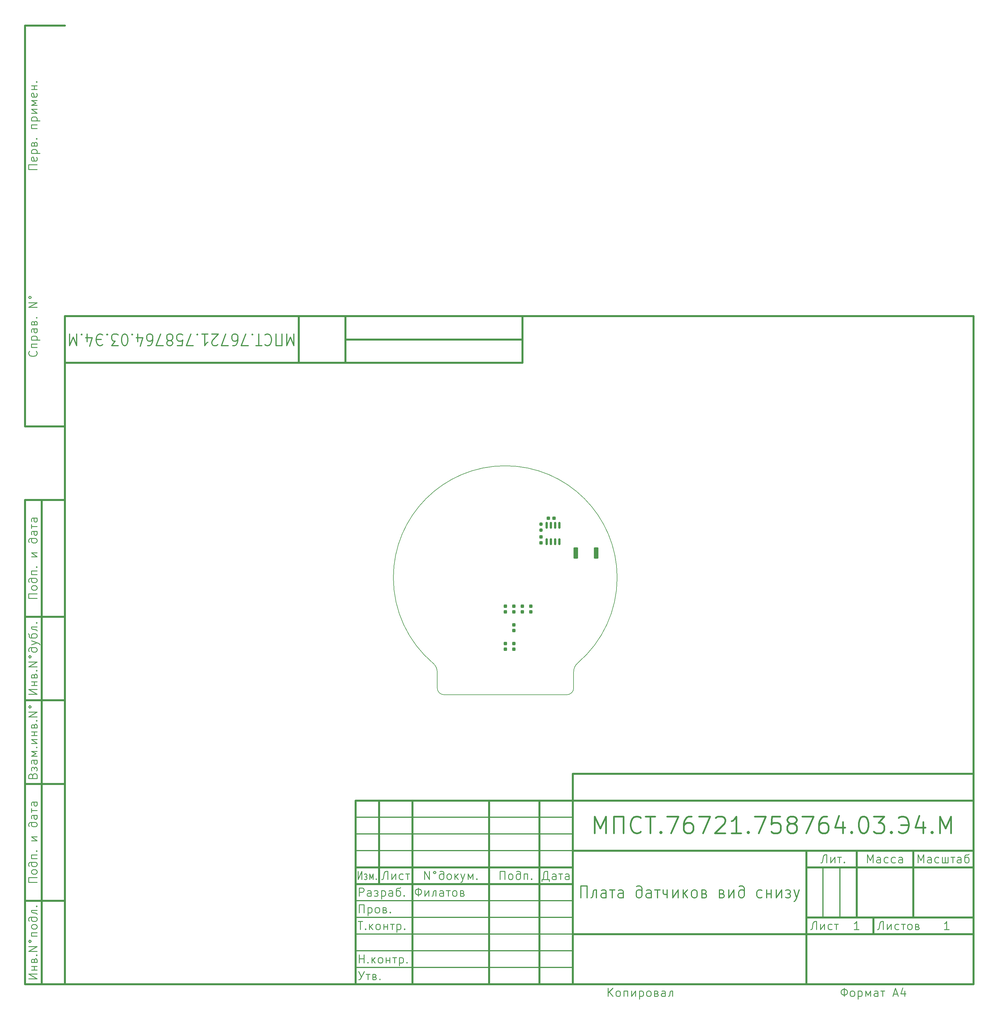
<source format=gbr>
%TF.GenerationSoftware,KiCad,Pcbnew,7.0.1*%
%TF.CreationDate,2023-12-14T23:14:27+03:00*%
%TF.ProjectId,_____ ________,1f3b3042-3020-4343-9042-47383a3e322e,rev?*%
%TF.SameCoordinates,Original*%
%TF.FileFunction,Paste,Bot*%
%TF.FilePolarity,Positive*%
%FSLAX46Y46*%
G04 Gerber Fmt 4.6, Leading zero omitted, Abs format (unit mm)*
G04 Created by KiCad (PCBNEW 7.0.1) date 2023-12-14 23:14:27*
%MOMM*%
%LPD*%
G01*
G04 APERTURE LIST*
G04 Aperture macros list*
%AMRoundRect*
0 Rectangle with rounded corners*
0 $1 Rounding radius*
0 $2 $3 $4 $5 $6 $7 $8 $9 X,Y pos of 4 corners*
0 Add a 4 corners polygon primitive as box body*
4,1,4,$2,$3,$4,$5,$6,$7,$8,$9,$2,$3,0*
0 Add four circle primitives for the rounded corners*
1,1,$1+$1,$2,$3*
1,1,$1+$1,$4,$5*
1,1,$1+$1,$6,$7*
1,1,$1+$1,$8,$9*
0 Add four rect primitives between the rounded corners*
20,1,$1+$1,$2,$3,$4,$5,0*
20,1,$1+$1,$4,$5,$6,$7,0*
20,1,$1+$1,$6,$7,$8,$9,0*
20,1,$1+$1,$8,$9,$2,$3,0*%
G04 Aperture macros list end*
%ADD10C,0.100000*%
%ADD11C,0.600000*%
%ADD12C,0.300000*%
%ADD13C,0.250000*%
%ADD14C,0.350000*%
%ADD15C,0.500000*%
%ADD16RoundRect,0.237500X0.237500X-0.250000X0.237500X0.250000X-0.237500X0.250000X-0.237500X-0.250000X0*%
%ADD17RoundRect,0.249999X-0.450001X-1.425001X0.450001X-1.425001X0.450001X1.425001X-0.450001X1.425001X0*%
%ADD18RoundRect,0.150000X0.150000X-0.825000X0.150000X0.825000X-0.150000X0.825000X-0.150000X-0.825000X0*%
%ADD19RoundRect,0.237500X0.237500X-0.300000X0.237500X0.300000X-0.237500X0.300000X-0.237500X-0.300000X0*%
%ADD20RoundRect,0.237500X-0.237500X0.300000X-0.237500X-0.300000X0.237500X-0.300000X0.237500X0.300000X0*%
%ADD21RoundRect,0.237500X-0.300000X-0.237500X0.300000X-0.237500X0.300000X0.237500X-0.300000X0.237500X0*%
%TA.AperFunction,Profile*%
%ADD22C,0.200000*%
%TD*%
G04 APERTURE END LIST*
D10*
D11*
X20000000Y-205007200D02*
X292002200Y-205007200D01*
X292002200Y-5000000D01*
X20000000Y-5000000D01*
X20000000Y-205007200D01*
D10*
D11*
X8000000Y-145007200D02*
X20000000Y-145007200D01*
D10*
D11*
X8000000Y-120007200D02*
X20000000Y-120007200D01*
D10*
D11*
X8000000Y-95007200D02*
X20000000Y-95007200D01*
D10*
D11*
X104000000Y-5000000D02*
X104000000Y-19000000D01*
D10*
D11*
X157000000Y-5000000D02*
X157000000Y-19000000D01*
D10*
D11*
X90000000Y-5000000D02*
X90000000Y-19000000D01*
D10*
D11*
X104000000Y-19000000D02*
X157000000Y-19000000D01*
D10*
D11*
X104000000Y-12000000D02*
X157000000Y-12000000D01*
D10*
D11*
X90000000Y-19000000D02*
X104000000Y-19000000D01*
D10*
D11*
X20000000Y-19000000D02*
X90000000Y-19000000D01*
D10*
D11*
X8000000Y-60007200D02*
X20000000Y-60007200D01*
D10*
D11*
X8000000Y-205007200D02*
X20000000Y-205007200D01*
D10*
D11*
X8000000Y-180007200D02*
X20000000Y-180007200D01*
D10*
D11*
X172002200Y-150007200D02*
X172002200Y-205007200D01*
D10*
D11*
X162002200Y-150007200D02*
X162002200Y-205007200D01*
D10*
D11*
X147002200Y-150007200D02*
X147002200Y-205007200D01*
D10*
D11*
X124002200Y-150007200D02*
X124002200Y-205007200D01*
D10*
D11*
X114002200Y-150007200D02*
X114002200Y-175007200D01*
D10*
D12*
X107002200Y-165007200D02*
X172002200Y-165007200D01*
D10*
D12*
X107002200Y-160007200D02*
X172002200Y-160007200D01*
D10*
D12*
X107002200Y-155007200D02*
X172002200Y-155007200D01*
D10*
D11*
X107002200Y-175007200D02*
X172002200Y-175007200D01*
D10*
D11*
X107002200Y-170007200D02*
X172002200Y-170007200D01*
D10*
D12*
X107002200Y-200007200D02*
X172002200Y-200007200D01*
D10*
D12*
X107002200Y-195007200D02*
X172002200Y-195007200D01*
D10*
D12*
X107002200Y-190007200D02*
X172002200Y-190007200D01*
D10*
D12*
X107002200Y-185007200D02*
X172002200Y-185007200D01*
D10*
D12*
X107002200Y-180007200D02*
X172002200Y-180007200D01*
D10*
D11*
X172002200Y-142007200D02*
X292002200Y-142007200D01*
D10*
D11*
X172002200Y-150007200D02*
X172002200Y-142007200D01*
D10*
D11*
X107002200Y-150007200D02*
X292002200Y-150007200D01*
D10*
D11*
X8000000Y-60007200D02*
X8000000Y-205007200D01*
D10*
D11*
X13000000Y-60007200D02*
X13000000Y-205007200D01*
D10*
D12*
X247002200Y-170007200D02*
X247002200Y-185007200D01*
D10*
D12*
X252002200Y-170007200D02*
X252002200Y-185007200D01*
D10*
D11*
X257002200Y-165007200D02*
X257002200Y-185007200D01*
D10*
D11*
X274002200Y-165007200D02*
X274002200Y-185007200D01*
D10*
D11*
X242002200Y-185007200D02*
X292002200Y-185007200D01*
D10*
D11*
X242002200Y-170007200D02*
X292002200Y-170007200D01*
D10*
D11*
X242002200Y-165007200D02*
X242002200Y-205007200D01*
D10*
D11*
X172002200Y-190007200D02*
X292002200Y-190007200D01*
D10*
D11*
X172002200Y-165007200D02*
X292002200Y-165007200D01*
D10*
D11*
X107002200Y-205007200D02*
X107002200Y-150007200D01*
D10*
D11*
X262002200Y-185007200D02*
X262002200Y-190007200D01*
D10*
D11*
X8000000Y81992800D02*
X20000000Y81992800D01*
D10*
D11*
X8000000Y-38007200D02*
X20000000Y-38007200D01*
D10*
D11*
X8000000Y81992800D02*
X8000000Y-38007200D01*
D10*
D13*
X127704580Y-173663747D02*
X127704580Y-171163747D01*
X127704580Y-171163747D02*
X129133151Y-173663747D01*
X129133151Y-173663747D02*
X129133151Y-171163747D01*
X130680770Y-171163747D02*
X130442675Y-171282795D01*
X130442675Y-171282795D02*
X130323628Y-171520890D01*
X130323628Y-171520890D02*
X130442675Y-171758985D01*
X130442675Y-171758985D02*
X130680770Y-171878033D01*
X130680770Y-171878033D02*
X130918866Y-171758985D01*
X130918866Y-171758985D02*
X131037913Y-171520890D01*
X131037913Y-171520890D02*
X130918866Y-171282795D01*
X130918866Y-171282795D02*
X130680770Y-171163747D01*
X133418866Y-172235176D02*
X133299818Y-172116128D01*
X133299818Y-172116128D02*
X133061723Y-171997080D01*
X133061723Y-171997080D02*
X132585532Y-171997080D01*
X132585532Y-171997080D02*
X132347437Y-172116128D01*
X132347437Y-172116128D02*
X132228390Y-172235176D01*
X132228390Y-172235176D02*
X132109342Y-172473271D01*
X132109342Y-172473271D02*
X132109342Y-173187557D01*
X132109342Y-173187557D02*
X132228390Y-173425652D01*
X132228390Y-173425652D02*
X132347437Y-173544700D01*
X132347437Y-173544700D02*
X132585532Y-173663747D01*
X132585532Y-173663747D02*
X132942675Y-173663747D01*
X132942675Y-173663747D02*
X133180771Y-173544700D01*
X133180771Y-173544700D02*
X133299818Y-173425652D01*
X133299818Y-173425652D02*
X133418866Y-173187557D01*
X133418866Y-173187557D02*
X133418866Y-171639938D01*
X133418866Y-171639938D02*
X133299818Y-171401842D01*
X133299818Y-171401842D02*
X133180771Y-171282795D01*
X133180771Y-171282795D02*
X132942675Y-171163747D01*
X132942675Y-171163747D02*
X132466485Y-171163747D01*
X132466485Y-171163747D02*
X132228390Y-171282795D01*
X134847437Y-173663747D02*
X134609342Y-173544700D01*
X134609342Y-173544700D02*
X134490295Y-173425652D01*
X134490295Y-173425652D02*
X134371247Y-173187557D01*
X134371247Y-173187557D02*
X134371247Y-172473271D01*
X134371247Y-172473271D02*
X134490295Y-172235176D01*
X134490295Y-172235176D02*
X134609342Y-172116128D01*
X134609342Y-172116128D02*
X134847437Y-171997080D01*
X134847437Y-171997080D02*
X135204580Y-171997080D01*
X135204580Y-171997080D02*
X135442676Y-172116128D01*
X135442676Y-172116128D02*
X135561723Y-172235176D01*
X135561723Y-172235176D02*
X135680771Y-172473271D01*
X135680771Y-172473271D02*
X135680771Y-173187557D01*
X135680771Y-173187557D02*
X135561723Y-173425652D01*
X135561723Y-173425652D02*
X135442676Y-173544700D01*
X135442676Y-173544700D02*
X135204580Y-173663747D01*
X135204580Y-173663747D02*
X134847437Y-173663747D01*
X136752200Y-171997080D02*
X136752200Y-173663747D01*
X136990295Y-172711366D02*
X137704581Y-173663747D01*
X137704581Y-171997080D02*
X136752200Y-172949461D01*
X138537914Y-171997080D02*
X139133152Y-173663747D01*
X139728391Y-171997080D02*
X139133152Y-173663747D01*
X139133152Y-173663747D02*
X138895057Y-174258985D01*
X138895057Y-174258985D02*
X138776010Y-174378033D01*
X138776010Y-174378033D02*
X138537914Y-174497080D01*
X140680772Y-173663747D02*
X140680772Y-171997080D01*
X140680772Y-171997080D02*
X141395057Y-173306604D01*
X141395057Y-173306604D02*
X142109343Y-171997080D01*
X142109343Y-171997080D02*
X142109343Y-173663747D01*
X143299820Y-173425652D02*
X143418867Y-173544700D01*
X143418867Y-173544700D02*
X143299820Y-173663747D01*
X143299820Y-173663747D02*
X143180772Y-173544700D01*
X143180772Y-173544700D02*
X143299820Y-173425652D01*
X143299820Y-173425652D02*
X143299820Y-173663747D01*
D10*
D13*
X10347023Y-142566723D02*
X10466071Y-142209580D01*
X10466071Y-142209580D02*
X10585119Y-142090533D01*
X10585119Y-142090533D02*
X10823214Y-141971485D01*
X10823214Y-141971485D02*
X11180357Y-141971485D01*
X11180357Y-141971485D02*
X11418452Y-142090533D01*
X11418452Y-142090533D02*
X11537500Y-142209580D01*
X11537500Y-142209580D02*
X11656547Y-142447675D01*
X11656547Y-142447675D02*
X11656547Y-143400056D01*
X11656547Y-143400056D02*
X9156547Y-143400056D01*
X9156547Y-143400056D02*
X9156547Y-142566723D01*
X9156547Y-142566723D02*
X9275595Y-142328628D01*
X9275595Y-142328628D02*
X9394642Y-142209580D01*
X9394642Y-142209580D02*
X9632738Y-142090533D01*
X9632738Y-142090533D02*
X9870833Y-142090533D01*
X9870833Y-142090533D02*
X10108928Y-142209580D01*
X10108928Y-142209580D02*
X10227976Y-142328628D01*
X10227976Y-142328628D02*
X10347023Y-142566723D01*
X10347023Y-142566723D02*
X10347023Y-143400056D01*
X10823214Y-140661961D02*
X10823214Y-140423866D01*
X10108928Y-141138152D02*
X9989880Y-140900056D01*
X9989880Y-140900056D02*
X9989880Y-140423866D01*
X9989880Y-140423866D02*
X10108928Y-140185771D01*
X10108928Y-140185771D02*
X10347023Y-140066723D01*
X10347023Y-140066723D02*
X10466071Y-140066723D01*
X10466071Y-140066723D02*
X10704166Y-140185771D01*
X10704166Y-140185771D02*
X10823214Y-140423866D01*
X10823214Y-140423866D02*
X10942261Y-140185771D01*
X10942261Y-140185771D02*
X11180357Y-140066723D01*
X11180357Y-140066723D02*
X11299404Y-140066723D01*
X11299404Y-140066723D02*
X11537500Y-140185771D01*
X11537500Y-140185771D02*
X11656547Y-140423866D01*
X11656547Y-140423866D02*
X11656547Y-140900056D01*
X11656547Y-140900056D02*
X11537500Y-141138152D01*
X11656547Y-137923866D02*
X10347023Y-137923866D01*
X10347023Y-137923866D02*
X10108928Y-138042913D01*
X10108928Y-138042913D02*
X9989880Y-138281009D01*
X9989880Y-138281009D02*
X9989880Y-138757199D01*
X9989880Y-138757199D02*
X10108928Y-138995294D01*
X11537500Y-137923866D02*
X11656547Y-138161961D01*
X11656547Y-138161961D02*
X11656547Y-138757199D01*
X11656547Y-138757199D02*
X11537500Y-138995294D01*
X11537500Y-138995294D02*
X11299404Y-139114342D01*
X11299404Y-139114342D02*
X11061309Y-139114342D01*
X11061309Y-139114342D02*
X10823214Y-138995294D01*
X10823214Y-138995294D02*
X10704166Y-138757199D01*
X10704166Y-138757199D02*
X10704166Y-138161961D01*
X10704166Y-138161961D02*
X10585119Y-137923866D01*
X11656547Y-136733389D02*
X9989880Y-136733389D01*
X9989880Y-136733389D02*
X11299404Y-136019104D01*
X11299404Y-136019104D02*
X9989880Y-135304818D01*
X9989880Y-135304818D02*
X11656547Y-135304818D01*
X11418452Y-134114341D02*
X11537500Y-133995294D01*
X11537500Y-133995294D02*
X11656547Y-134114341D01*
X11656547Y-134114341D02*
X11537500Y-134233389D01*
X11537500Y-134233389D02*
X11418452Y-134114341D01*
X11418452Y-134114341D02*
X11656547Y-134114341D01*
X9989880Y-132923865D02*
X11656547Y-132923865D01*
X11656547Y-132923865D02*
X9989880Y-131733389D01*
X9989880Y-131733389D02*
X11656547Y-131733389D01*
X10823214Y-130542913D02*
X10823214Y-129471485D01*
X9989880Y-130542913D02*
X11656547Y-130542913D01*
X9989880Y-129471485D02*
X11656547Y-129471485D01*
X10823214Y-127685770D02*
X10942261Y-127328627D01*
X10942261Y-127328627D02*
X11180357Y-127209580D01*
X11180357Y-127209580D02*
X11299404Y-127209580D01*
X11299404Y-127209580D02*
X11537500Y-127328627D01*
X11537500Y-127328627D02*
X11656547Y-127566723D01*
X11656547Y-127566723D02*
X11656547Y-128281008D01*
X11656547Y-128281008D02*
X9989880Y-128281008D01*
X9989880Y-128281008D02*
X9989880Y-127685770D01*
X9989880Y-127685770D02*
X10108928Y-127447675D01*
X10108928Y-127447675D02*
X10347023Y-127328627D01*
X10347023Y-127328627D02*
X10466071Y-127328627D01*
X10466071Y-127328627D02*
X10704166Y-127447675D01*
X10704166Y-127447675D02*
X10823214Y-127685770D01*
X10823214Y-127685770D02*
X10823214Y-128281008D01*
X11418452Y-126138151D02*
X11537500Y-126019104D01*
X11537500Y-126019104D02*
X11656547Y-126138151D01*
X11656547Y-126138151D02*
X11537500Y-126257199D01*
X11537500Y-126257199D02*
X11418452Y-126138151D01*
X11418452Y-126138151D02*
X11656547Y-126138151D01*
X11656547Y-124947675D02*
X9156547Y-124947675D01*
X9156547Y-124947675D02*
X11656547Y-123519104D01*
X11656547Y-123519104D02*
X9156547Y-123519104D01*
X9156547Y-121971485D02*
X9275595Y-122209580D01*
X9275595Y-122209580D02*
X9513690Y-122328627D01*
X9513690Y-122328627D02*
X9751785Y-122209580D01*
X9751785Y-122209580D02*
X9870833Y-121971485D01*
X9870833Y-121971485D02*
X9751785Y-121733389D01*
X9751785Y-121733389D02*
X9513690Y-121614342D01*
X9513690Y-121614342D02*
X9275595Y-121733389D01*
X9275595Y-121733389D02*
X9156547Y-121971485D01*
D10*
D13*
X164978390Y-174258985D02*
X164978390Y-173663747D01*
X164978390Y-173663747D02*
X162835532Y-173663747D01*
X162835532Y-173663747D02*
X162835532Y-174258985D01*
X164502199Y-173663747D02*
X164502199Y-171163747D01*
X164502199Y-171163747D02*
X163906961Y-171163747D01*
X163906961Y-171163747D02*
X163668866Y-171282795D01*
X163668866Y-171282795D02*
X163549818Y-171401842D01*
X163549818Y-171401842D02*
X163430770Y-171639938D01*
X163430770Y-171639938D02*
X163192675Y-173663747D01*
X167002199Y-173663747D02*
X167002199Y-172354223D01*
X167002199Y-172354223D02*
X166883152Y-172116128D01*
X166883152Y-172116128D02*
X166645056Y-171997080D01*
X166645056Y-171997080D02*
X166168866Y-171997080D01*
X166168866Y-171997080D02*
X165930771Y-172116128D01*
X167002199Y-173544700D02*
X166764104Y-173663747D01*
X166764104Y-173663747D02*
X166168866Y-173663747D01*
X166168866Y-173663747D02*
X165930771Y-173544700D01*
X165930771Y-173544700D02*
X165811723Y-173306604D01*
X165811723Y-173306604D02*
X165811723Y-173068509D01*
X165811723Y-173068509D02*
X165930771Y-172830414D01*
X165930771Y-172830414D02*
X166168866Y-172711366D01*
X166168866Y-172711366D02*
X166764104Y-172711366D01*
X166764104Y-172711366D02*
X167002199Y-172592319D01*
X167835533Y-171997080D02*
X169026009Y-171997080D01*
X168430771Y-171997080D02*
X168430771Y-173663747D01*
X170930771Y-173663747D02*
X170930771Y-172354223D01*
X170930771Y-172354223D02*
X170811724Y-172116128D01*
X170811724Y-172116128D02*
X170573628Y-171997080D01*
X170573628Y-171997080D02*
X170097438Y-171997080D01*
X170097438Y-171997080D02*
X169859343Y-172116128D01*
X170930771Y-173544700D02*
X170692676Y-173663747D01*
X170692676Y-173663747D02*
X170097438Y-173663747D01*
X170097438Y-173663747D02*
X169859343Y-173544700D01*
X169859343Y-173544700D02*
X169740295Y-173306604D01*
X169740295Y-173306604D02*
X169740295Y-173068509D01*
X169740295Y-173068509D02*
X169859343Y-172830414D01*
X169859343Y-172830414D02*
X170097438Y-172711366D01*
X170097438Y-172711366D02*
X170692676Y-172711366D01*
X170692676Y-172711366D02*
X170930771Y-172592319D01*
D10*
D13*
X107807564Y-171163747D02*
X107807564Y-173663747D01*
X107807564Y-173663747D02*
X108885419Y-171163747D01*
X108885419Y-171163747D02*
X108885419Y-173663747D01*
X109963273Y-172830414D02*
X110142915Y-172830414D01*
X109603988Y-172116128D02*
X109783630Y-171997080D01*
X109783630Y-171997080D02*
X110142915Y-171997080D01*
X110142915Y-171997080D02*
X110322558Y-172116128D01*
X110322558Y-172116128D02*
X110412379Y-172354223D01*
X110412379Y-172354223D02*
X110412379Y-172473271D01*
X110412379Y-172473271D02*
X110322558Y-172711366D01*
X110322558Y-172711366D02*
X110142915Y-172830414D01*
X110142915Y-172830414D02*
X110322558Y-172949461D01*
X110322558Y-172949461D02*
X110412379Y-173187557D01*
X110412379Y-173187557D02*
X110412379Y-173306604D01*
X110412379Y-173306604D02*
X110322558Y-173544700D01*
X110322558Y-173544700D02*
X110142915Y-173663747D01*
X110142915Y-173663747D02*
X109783630Y-173663747D01*
X109783630Y-173663747D02*
X109603988Y-173544700D01*
X111220769Y-173663747D02*
X111220769Y-171997080D01*
X111220769Y-171997080D02*
X111759697Y-173306604D01*
X111759697Y-173306604D02*
X112298624Y-171997080D01*
X112298624Y-171997080D02*
X112298624Y-173663747D01*
X113196835Y-173425652D02*
X113286657Y-173544700D01*
X113286657Y-173544700D02*
X113196835Y-173663747D01*
X113196835Y-173663747D02*
X113107014Y-173544700D01*
X113107014Y-173544700D02*
X113196835Y-173425652D01*
X113196835Y-173425652D02*
X113196835Y-173663747D01*
D10*
D13*
X9156547Y-118161961D02*
X11656547Y-118161961D01*
X11656547Y-118161961D02*
X9156547Y-116733390D01*
X9156547Y-116733390D02*
X11656547Y-116733390D01*
X10823214Y-115542913D02*
X10823214Y-114471485D01*
X9989880Y-115542913D02*
X11656547Y-115542913D01*
X9989880Y-114471485D02*
X11656547Y-114471485D01*
X10823214Y-112685770D02*
X10942261Y-112328627D01*
X10942261Y-112328627D02*
X11180357Y-112209580D01*
X11180357Y-112209580D02*
X11299404Y-112209580D01*
X11299404Y-112209580D02*
X11537500Y-112328627D01*
X11537500Y-112328627D02*
X11656547Y-112566723D01*
X11656547Y-112566723D02*
X11656547Y-113281008D01*
X11656547Y-113281008D02*
X9989880Y-113281008D01*
X9989880Y-113281008D02*
X9989880Y-112685770D01*
X9989880Y-112685770D02*
X10108928Y-112447675D01*
X10108928Y-112447675D02*
X10347023Y-112328627D01*
X10347023Y-112328627D02*
X10466071Y-112328627D01*
X10466071Y-112328627D02*
X10704166Y-112447675D01*
X10704166Y-112447675D02*
X10823214Y-112685770D01*
X10823214Y-112685770D02*
X10823214Y-113281008D01*
X11418452Y-111138151D02*
X11537500Y-111019104D01*
X11537500Y-111019104D02*
X11656547Y-111138151D01*
X11656547Y-111138151D02*
X11537500Y-111257199D01*
X11537500Y-111257199D02*
X11418452Y-111138151D01*
X11418452Y-111138151D02*
X11656547Y-111138151D01*
X11656547Y-109947675D02*
X9156547Y-109947675D01*
X9156547Y-109947675D02*
X11656547Y-108519104D01*
X11656547Y-108519104D02*
X9156547Y-108519104D01*
X9156547Y-106971485D02*
X9275595Y-107209580D01*
X9275595Y-107209580D02*
X9513690Y-107328627D01*
X9513690Y-107328627D02*
X9751785Y-107209580D01*
X9751785Y-107209580D02*
X9870833Y-106971485D01*
X9870833Y-106971485D02*
X9751785Y-106733389D01*
X9751785Y-106733389D02*
X9513690Y-106614342D01*
X9513690Y-106614342D02*
X9275595Y-106733389D01*
X9275595Y-106733389D02*
X9156547Y-106971485D01*
X10227976Y-104233389D02*
X10108928Y-104352437D01*
X10108928Y-104352437D02*
X9989880Y-104590532D01*
X9989880Y-104590532D02*
X9989880Y-105066723D01*
X9989880Y-105066723D02*
X10108928Y-105304818D01*
X10108928Y-105304818D02*
X10227976Y-105423865D01*
X10227976Y-105423865D02*
X10466071Y-105542913D01*
X10466071Y-105542913D02*
X11180357Y-105542913D01*
X11180357Y-105542913D02*
X11418452Y-105423865D01*
X11418452Y-105423865D02*
X11537500Y-105304818D01*
X11537500Y-105304818D02*
X11656547Y-105066723D01*
X11656547Y-105066723D02*
X11656547Y-104709580D01*
X11656547Y-104709580D02*
X11537500Y-104471484D01*
X11537500Y-104471484D02*
X11418452Y-104352437D01*
X11418452Y-104352437D02*
X11180357Y-104233389D01*
X11180357Y-104233389D02*
X9632738Y-104233389D01*
X9632738Y-104233389D02*
X9394642Y-104352437D01*
X9394642Y-104352437D02*
X9275595Y-104471484D01*
X9275595Y-104471484D02*
X9156547Y-104709580D01*
X9156547Y-104709580D02*
X9156547Y-105185770D01*
X9156547Y-105185770D02*
X9275595Y-105423865D01*
X9989880Y-103400056D02*
X11656547Y-102804818D01*
X9989880Y-102209579D02*
X11656547Y-102804818D01*
X11656547Y-102804818D02*
X12251785Y-103042913D01*
X12251785Y-103042913D02*
X12370833Y-103161960D01*
X12370833Y-103161960D02*
X12489880Y-103400056D01*
X9037500Y-100066722D02*
X9156547Y-100185770D01*
X9156547Y-100185770D02*
X9275595Y-100423865D01*
X9275595Y-100423865D02*
X9275595Y-100900056D01*
X9275595Y-100900056D02*
X9394642Y-101138151D01*
X9394642Y-101138151D02*
X9513690Y-101257198D01*
X9513690Y-101257198D02*
X9751785Y-101376246D01*
X9751785Y-101376246D02*
X11180357Y-101376246D01*
X11180357Y-101376246D02*
X11418452Y-101257198D01*
X11418452Y-101257198D02*
X11537500Y-101138151D01*
X11537500Y-101138151D02*
X11656547Y-100900056D01*
X11656547Y-100900056D02*
X11656547Y-100542913D01*
X11656547Y-100542913D02*
X11537500Y-100304817D01*
X11537500Y-100304817D02*
X11418452Y-100185770D01*
X11418452Y-100185770D02*
X11180357Y-100066722D01*
X11180357Y-100066722D02*
X10466071Y-100066722D01*
X10466071Y-100066722D02*
X10227976Y-100185770D01*
X10227976Y-100185770D02*
X10108928Y-100304817D01*
X10108928Y-100304817D02*
X9989880Y-100542913D01*
X9989880Y-100542913D02*
X9989880Y-101019103D01*
X9989880Y-101019103D02*
X10108928Y-101257198D01*
X10108928Y-101257198D02*
X10227976Y-101376246D01*
X11656547Y-98042912D02*
X9989880Y-98042912D01*
X9989880Y-98042912D02*
X9989880Y-98400055D01*
X9989880Y-98400055D02*
X10108928Y-98638151D01*
X10108928Y-98638151D02*
X10347023Y-98757198D01*
X10347023Y-98757198D02*
X11299404Y-98876246D01*
X11299404Y-98876246D02*
X11537500Y-98995293D01*
X11537500Y-98995293D02*
X11656547Y-99233389D01*
X11418452Y-96852436D02*
X11537500Y-96733389D01*
X11537500Y-96733389D02*
X11656547Y-96852436D01*
X11656547Y-96852436D02*
X11537500Y-96971484D01*
X11537500Y-96971484D02*
X11418452Y-96852436D01*
X11418452Y-96852436D02*
X11656547Y-96852436D01*
D10*
D13*
X9156547Y-203340533D02*
X11656547Y-203340533D01*
X11656547Y-203340533D02*
X9156547Y-201911962D01*
X9156547Y-201911962D02*
X11656547Y-201911962D01*
X10823214Y-200721485D02*
X10823214Y-199650057D01*
X9989880Y-200721485D02*
X11656547Y-200721485D01*
X9989880Y-199650057D02*
X11656547Y-199650057D01*
X10823214Y-197864342D02*
X10942261Y-197507199D01*
X10942261Y-197507199D02*
X11180357Y-197388152D01*
X11180357Y-197388152D02*
X11299404Y-197388152D01*
X11299404Y-197388152D02*
X11537500Y-197507199D01*
X11537500Y-197507199D02*
X11656547Y-197745295D01*
X11656547Y-197745295D02*
X11656547Y-198459580D01*
X11656547Y-198459580D02*
X9989880Y-198459580D01*
X9989880Y-198459580D02*
X9989880Y-197864342D01*
X9989880Y-197864342D02*
X10108928Y-197626247D01*
X10108928Y-197626247D02*
X10347023Y-197507199D01*
X10347023Y-197507199D02*
X10466071Y-197507199D01*
X10466071Y-197507199D02*
X10704166Y-197626247D01*
X10704166Y-197626247D02*
X10823214Y-197864342D01*
X10823214Y-197864342D02*
X10823214Y-198459580D01*
X11418452Y-196316723D02*
X11537500Y-196197676D01*
X11537500Y-196197676D02*
X11656547Y-196316723D01*
X11656547Y-196316723D02*
X11537500Y-196435771D01*
X11537500Y-196435771D02*
X11418452Y-196316723D01*
X11418452Y-196316723D02*
X11656547Y-196316723D01*
X11656547Y-195126247D02*
X9156547Y-195126247D01*
X9156547Y-195126247D02*
X11656547Y-193697676D01*
X11656547Y-193697676D02*
X9156547Y-193697676D01*
X9156547Y-192150057D02*
X9275595Y-192388152D01*
X9275595Y-192388152D02*
X9513690Y-192507199D01*
X9513690Y-192507199D02*
X9751785Y-192388152D01*
X9751785Y-192388152D02*
X9870833Y-192150057D01*
X9870833Y-192150057D02*
X9751785Y-191911961D01*
X9751785Y-191911961D02*
X9513690Y-191792914D01*
X9513690Y-191792914D02*
X9275595Y-191911961D01*
X9275595Y-191911961D02*
X9156547Y-192150057D01*
X11656547Y-190602437D02*
X9989880Y-190602437D01*
X9989880Y-190602437D02*
X9989880Y-189531009D01*
X9989880Y-189531009D02*
X11656547Y-189531009D01*
X11656547Y-187983390D02*
X11537500Y-188221485D01*
X11537500Y-188221485D02*
X11418452Y-188340532D01*
X11418452Y-188340532D02*
X11180357Y-188459580D01*
X11180357Y-188459580D02*
X10466071Y-188459580D01*
X10466071Y-188459580D02*
X10227976Y-188340532D01*
X10227976Y-188340532D02*
X10108928Y-188221485D01*
X10108928Y-188221485D02*
X9989880Y-187983390D01*
X9989880Y-187983390D02*
X9989880Y-187626247D01*
X9989880Y-187626247D02*
X10108928Y-187388151D01*
X10108928Y-187388151D02*
X10227976Y-187269104D01*
X10227976Y-187269104D02*
X10466071Y-187150056D01*
X10466071Y-187150056D02*
X11180357Y-187150056D01*
X11180357Y-187150056D02*
X11418452Y-187269104D01*
X11418452Y-187269104D02*
X11537500Y-187388151D01*
X11537500Y-187388151D02*
X11656547Y-187626247D01*
X11656547Y-187626247D02*
X11656547Y-187983390D01*
X10227976Y-184888151D02*
X10108928Y-185007199D01*
X10108928Y-185007199D02*
X9989880Y-185245294D01*
X9989880Y-185245294D02*
X9989880Y-185721485D01*
X9989880Y-185721485D02*
X10108928Y-185959580D01*
X10108928Y-185959580D02*
X10227976Y-186078627D01*
X10227976Y-186078627D02*
X10466071Y-186197675D01*
X10466071Y-186197675D02*
X11180357Y-186197675D01*
X11180357Y-186197675D02*
X11418452Y-186078627D01*
X11418452Y-186078627D02*
X11537500Y-185959580D01*
X11537500Y-185959580D02*
X11656547Y-185721485D01*
X11656547Y-185721485D02*
X11656547Y-185364342D01*
X11656547Y-185364342D02*
X11537500Y-185126246D01*
X11537500Y-185126246D02*
X11418452Y-185007199D01*
X11418452Y-185007199D02*
X11180357Y-184888151D01*
X11180357Y-184888151D02*
X9632738Y-184888151D01*
X9632738Y-184888151D02*
X9394642Y-185007199D01*
X9394642Y-185007199D02*
X9275595Y-185126246D01*
X9275595Y-185126246D02*
X9156547Y-185364342D01*
X9156547Y-185364342D02*
X9156547Y-185840532D01*
X9156547Y-185840532D02*
X9275595Y-186078627D01*
X11656547Y-182864341D02*
X9989880Y-182864341D01*
X9989880Y-182864341D02*
X9989880Y-183221484D01*
X9989880Y-183221484D02*
X10108928Y-183459580D01*
X10108928Y-183459580D02*
X10347023Y-183578627D01*
X10347023Y-183578627D02*
X11299404Y-183697675D01*
X11299404Y-183697675D02*
X11537500Y-183816722D01*
X11537500Y-183816722D02*
X11656547Y-184054818D01*
X11418452Y-181673865D02*
X11537500Y-181554818D01*
X11537500Y-181554818D02*
X11656547Y-181673865D01*
X11656547Y-181673865D02*
X11537500Y-181792913D01*
X11537500Y-181792913D02*
X11418452Y-181673865D01*
X11418452Y-181673865D02*
X11656547Y-181673865D01*
D10*
D13*
X182597438Y-208663747D02*
X182597438Y-206163747D01*
X184026009Y-208663747D02*
X182954580Y-207235176D01*
X184026009Y-206163747D02*
X182597438Y-207592319D01*
X185454580Y-208663747D02*
X185216485Y-208544700D01*
X185216485Y-208544700D02*
X185097438Y-208425652D01*
X185097438Y-208425652D02*
X184978390Y-208187557D01*
X184978390Y-208187557D02*
X184978390Y-207473271D01*
X184978390Y-207473271D02*
X185097438Y-207235176D01*
X185097438Y-207235176D02*
X185216485Y-207116128D01*
X185216485Y-207116128D02*
X185454580Y-206997080D01*
X185454580Y-206997080D02*
X185811723Y-206997080D01*
X185811723Y-206997080D02*
X186049819Y-207116128D01*
X186049819Y-207116128D02*
X186168866Y-207235176D01*
X186168866Y-207235176D02*
X186287914Y-207473271D01*
X186287914Y-207473271D02*
X186287914Y-208187557D01*
X186287914Y-208187557D02*
X186168866Y-208425652D01*
X186168866Y-208425652D02*
X186049819Y-208544700D01*
X186049819Y-208544700D02*
X185811723Y-208663747D01*
X185811723Y-208663747D02*
X185454580Y-208663747D01*
X187359343Y-208663747D02*
X187359343Y-206997080D01*
X187359343Y-206997080D02*
X188430771Y-206997080D01*
X188430771Y-206997080D02*
X188430771Y-208663747D01*
X189621248Y-206997080D02*
X189621248Y-208663747D01*
X189621248Y-208663747D02*
X190811724Y-206997080D01*
X190811724Y-206997080D02*
X190811724Y-208663747D01*
X192002200Y-206997080D02*
X192002200Y-209497080D01*
X192002200Y-207116128D02*
X192240295Y-206997080D01*
X192240295Y-206997080D02*
X192716485Y-206997080D01*
X192716485Y-206997080D02*
X192954581Y-207116128D01*
X192954581Y-207116128D02*
X193073628Y-207235176D01*
X193073628Y-207235176D02*
X193192676Y-207473271D01*
X193192676Y-207473271D02*
X193192676Y-208187557D01*
X193192676Y-208187557D02*
X193073628Y-208425652D01*
X193073628Y-208425652D02*
X192954581Y-208544700D01*
X192954581Y-208544700D02*
X192716485Y-208663747D01*
X192716485Y-208663747D02*
X192240295Y-208663747D01*
X192240295Y-208663747D02*
X192002200Y-208544700D01*
X194621247Y-208663747D02*
X194383152Y-208544700D01*
X194383152Y-208544700D02*
X194264105Y-208425652D01*
X194264105Y-208425652D02*
X194145057Y-208187557D01*
X194145057Y-208187557D02*
X194145057Y-207473271D01*
X194145057Y-207473271D02*
X194264105Y-207235176D01*
X194264105Y-207235176D02*
X194383152Y-207116128D01*
X194383152Y-207116128D02*
X194621247Y-206997080D01*
X194621247Y-206997080D02*
X194978390Y-206997080D01*
X194978390Y-206997080D02*
X195216486Y-207116128D01*
X195216486Y-207116128D02*
X195335533Y-207235176D01*
X195335533Y-207235176D02*
X195454581Y-207473271D01*
X195454581Y-207473271D02*
X195454581Y-208187557D01*
X195454581Y-208187557D02*
X195335533Y-208425652D01*
X195335533Y-208425652D02*
X195216486Y-208544700D01*
X195216486Y-208544700D02*
X194978390Y-208663747D01*
X194978390Y-208663747D02*
X194621247Y-208663747D01*
X197121248Y-207830414D02*
X197478391Y-207949461D01*
X197478391Y-207949461D02*
X197597438Y-208187557D01*
X197597438Y-208187557D02*
X197597438Y-208306604D01*
X197597438Y-208306604D02*
X197478391Y-208544700D01*
X197478391Y-208544700D02*
X197240295Y-208663747D01*
X197240295Y-208663747D02*
X196526010Y-208663747D01*
X196526010Y-208663747D02*
X196526010Y-206997080D01*
X196526010Y-206997080D02*
X197121248Y-206997080D01*
X197121248Y-206997080D02*
X197359343Y-207116128D01*
X197359343Y-207116128D02*
X197478391Y-207354223D01*
X197478391Y-207354223D02*
X197478391Y-207473271D01*
X197478391Y-207473271D02*
X197359343Y-207711366D01*
X197359343Y-207711366D02*
X197121248Y-207830414D01*
X197121248Y-207830414D02*
X196526010Y-207830414D01*
X199740295Y-208663747D02*
X199740295Y-207354223D01*
X199740295Y-207354223D02*
X199621248Y-207116128D01*
X199621248Y-207116128D02*
X199383152Y-206997080D01*
X199383152Y-206997080D02*
X198906962Y-206997080D01*
X198906962Y-206997080D02*
X198668867Y-207116128D01*
X199740295Y-208544700D02*
X199502200Y-208663747D01*
X199502200Y-208663747D02*
X198906962Y-208663747D01*
X198906962Y-208663747D02*
X198668867Y-208544700D01*
X198668867Y-208544700D02*
X198549819Y-208306604D01*
X198549819Y-208306604D02*
X198549819Y-208068509D01*
X198549819Y-208068509D02*
X198668867Y-207830414D01*
X198668867Y-207830414D02*
X198906962Y-207711366D01*
X198906962Y-207711366D02*
X199502200Y-207711366D01*
X199502200Y-207711366D02*
X199740295Y-207592319D01*
X201883153Y-208663747D02*
X201883153Y-206997080D01*
X201883153Y-206997080D02*
X201526010Y-206997080D01*
X201526010Y-206997080D02*
X201287914Y-207116128D01*
X201287914Y-207116128D02*
X201168867Y-207354223D01*
X201168867Y-207354223D02*
X201049819Y-208306604D01*
X201049819Y-208306604D02*
X200930772Y-208544700D01*
X200930772Y-208544700D02*
X200692676Y-208663747D01*
D10*
D13*
X245026009Y-188663747D02*
X245026009Y-186163747D01*
X245026009Y-186163747D02*
X244668866Y-186163747D01*
X244668866Y-186163747D02*
X244311723Y-186282795D01*
X244311723Y-186282795D02*
X244073628Y-186520890D01*
X244073628Y-186520890D02*
X243954580Y-186878033D01*
X243954580Y-186878033D02*
X243716485Y-188306604D01*
X243716485Y-188306604D02*
X243597438Y-188544700D01*
X243597438Y-188544700D02*
X243359342Y-188663747D01*
X243359342Y-188663747D02*
X243240295Y-188663747D01*
X246216486Y-186997080D02*
X246216486Y-188663747D01*
X246216486Y-188663747D02*
X247406962Y-186997080D01*
X247406962Y-186997080D02*
X247406962Y-188663747D01*
X249668866Y-188544700D02*
X249430771Y-188663747D01*
X249430771Y-188663747D02*
X248954580Y-188663747D01*
X248954580Y-188663747D02*
X248716485Y-188544700D01*
X248716485Y-188544700D02*
X248597438Y-188425652D01*
X248597438Y-188425652D02*
X248478390Y-188187557D01*
X248478390Y-188187557D02*
X248478390Y-187473271D01*
X248478390Y-187473271D02*
X248597438Y-187235176D01*
X248597438Y-187235176D02*
X248716485Y-187116128D01*
X248716485Y-187116128D02*
X248954580Y-186997080D01*
X248954580Y-186997080D02*
X249430771Y-186997080D01*
X249430771Y-186997080D02*
X249668866Y-187116128D01*
X250383152Y-186997080D02*
X251573628Y-186997080D01*
X250978390Y-186997080D02*
X250978390Y-188663747D01*
D10*
D13*
X116621247Y-173663747D02*
X116621247Y-171163747D01*
X116621247Y-171163747D02*
X116264104Y-171163747D01*
X116264104Y-171163747D02*
X115906961Y-171282795D01*
X115906961Y-171282795D02*
X115668866Y-171520890D01*
X115668866Y-171520890D02*
X115549818Y-171878033D01*
X115549818Y-171878033D02*
X115311723Y-173306604D01*
X115311723Y-173306604D02*
X115192676Y-173544700D01*
X115192676Y-173544700D02*
X114954580Y-173663747D01*
X114954580Y-173663747D02*
X114835533Y-173663747D01*
X117811724Y-171997080D02*
X117811724Y-173663747D01*
X117811724Y-173663747D02*
X119002200Y-171997080D01*
X119002200Y-171997080D02*
X119002200Y-173663747D01*
X121264104Y-173544700D02*
X121026009Y-173663747D01*
X121026009Y-173663747D02*
X120549818Y-173663747D01*
X120549818Y-173663747D02*
X120311723Y-173544700D01*
X120311723Y-173544700D02*
X120192676Y-173425652D01*
X120192676Y-173425652D02*
X120073628Y-173187557D01*
X120073628Y-173187557D02*
X120073628Y-172473271D01*
X120073628Y-172473271D02*
X120192676Y-172235176D01*
X120192676Y-172235176D02*
X120311723Y-172116128D01*
X120311723Y-172116128D02*
X120549818Y-171997080D01*
X120549818Y-171997080D02*
X121026009Y-171997080D01*
X121026009Y-171997080D02*
X121264104Y-172116128D01*
X121978390Y-171997080D02*
X123168866Y-171997080D01*
X122573628Y-171997080D02*
X122573628Y-173663747D01*
D10*
D13*
X265026009Y-188663747D02*
X265026009Y-186163747D01*
X265026009Y-186163747D02*
X264668866Y-186163747D01*
X264668866Y-186163747D02*
X264311723Y-186282795D01*
X264311723Y-186282795D02*
X264073628Y-186520890D01*
X264073628Y-186520890D02*
X263954580Y-186878033D01*
X263954580Y-186878033D02*
X263716485Y-188306604D01*
X263716485Y-188306604D02*
X263597438Y-188544700D01*
X263597438Y-188544700D02*
X263359342Y-188663747D01*
X263359342Y-188663747D02*
X263240295Y-188663747D01*
X266216486Y-186997080D02*
X266216486Y-188663747D01*
X266216486Y-188663747D02*
X267406962Y-186997080D01*
X267406962Y-186997080D02*
X267406962Y-188663747D01*
X269668866Y-188544700D02*
X269430771Y-188663747D01*
X269430771Y-188663747D02*
X268954580Y-188663747D01*
X268954580Y-188663747D02*
X268716485Y-188544700D01*
X268716485Y-188544700D02*
X268597438Y-188425652D01*
X268597438Y-188425652D02*
X268478390Y-188187557D01*
X268478390Y-188187557D02*
X268478390Y-187473271D01*
X268478390Y-187473271D02*
X268597438Y-187235176D01*
X268597438Y-187235176D02*
X268716485Y-187116128D01*
X268716485Y-187116128D02*
X268954580Y-186997080D01*
X268954580Y-186997080D02*
X269430771Y-186997080D01*
X269430771Y-186997080D02*
X269668866Y-187116128D01*
X270383152Y-186997080D02*
X271573628Y-186997080D01*
X270978390Y-186997080D02*
X270978390Y-188663747D01*
X272764104Y-188663747D02*
X272526009Y-188544700D01*
X272526009Y-188544700D02*
X272406962Y-188425652D01*
X272406962Y-188425652D02*
X272287914Y-188187557D01*
X272287914Y-188187557D02*
X272287914Y-187473271D01*
X272287914Y-187473271D02*
X272406962Y-187235176D01*
X272406962Y-187235176D02*
X272526009Y-187116128D01*
X272526009Y-187116128D02*
X272764104Y-186997080D01*
X272764104Y-186997080D02*
X273121247Y-186997080D01*
X273121247Y-186997080D02*
X273359343Y-187116128D01*
X273359343Y-187116128D02*
X273478390Y-187235176D01*
X273478390Y-187235176D02*
X273597438Y-187473271D01*
X273597438Y-187473271D02*
X273597438Y-188187557D01*
X273597438Y-188187557D02*
X273478390Y-188425652D01*
X273478390Y-188425652D02*
X273359343Y-188544700D01*
X273359343Y-188544700D02*
X273121247Y-188663747D01*
X273121247Y-188663747D02*
X272764104Y-188663747D01*
X275264105Y-187830414D02*
X275621248Y-187949461D01*
X275621248Y-187949461D02*
X275740295Y-188187557D01*
X275740295Y-188187557D02*
X275740295Y-188306604D01*
X275740295Y-188306604D02*
X275621248Y-188544700D01*
X275621248Y-188544700D02*
X275383152Y-188663747D01*
X275383152Y-188663747D02*
X274668867Y-188663747D01*
X274668867Y-188663747D02*
X274668867Y-186997080D01*
X274668867Y-186997080D02*
X275264105Y-186997080D01*
X275264105Y-186997080D02*
X275502200Y-187116128D01*
X275502200Y-187116128D02*
X275621248Y-187354223D01*
X275621248Y-187354223D02*
X275621248Y-187473271D01*
X275621248Y-187473271D02*
X275502200Y-187711366D01*
X275502200Y-187711366D02*
X275264105Y-187830414D01*
X275264105Y-187830414D02*
X274668867Y-187830414D01*
D10*
D13*
X248097438Y-168663747D02*
X248097438Y-166163747D01*
X248097438Y-166163747D02*
X247740295Y-166163747D01*
X247740295Y-166163747D02*
X247383152Y-166282795D01*
X247383152Y-166282795D02*
X247145057Y-166520890D01*
X247145057Y-166520890D02*
X247026009Y-166878033D01*
X247026009Y-166878033D02*
X246787914Y-168306604D01*
X246787914Y-168306604D02*
X246668867Y-168544700D01*
X246668867Y-168544700D02*
X246430771Y-168663747D01*
X246430771Y-168663747D02*
X246311724Y-168663747D01*
X249287915Y-166997080D02*
X249287915Y-168663747D01*
X249287915Y-168663747D02*
X250478391Y-166997080D01*
X250478391Y-166997080D02*
X250478391Y-168663747D01*
X251311724Y-166997080D02*
X252502200Y-166997080D01*
X251906962Y-166997080D02*
X251906962Y-168663747D01*
X253335534Y-168425652D02*
X253454581Y-168544700D01*
X253454581Y-168544700D02*
X253335534Y-168663747D01*
X253335534Y-168663747D02*
X253216486Y-168544700D01*
X253216486Y-168544700D02*
X253335534Y-168425652D01*
X253335534Y-168425652D02*
X253335534Y-168663747D01*
D10*
D13*
X260264105Y-168663747D02*
X260264105Y-166163747D01*
X260264105Y-166163747D02*
X261097438Y-167949461D01*
X261097438Y-167949461D02*
X261930771Y-166163747D01*
X261930771Y-166163747D02*
X261930771Y-168663747D01*
X264192676Y-168663747D02*
X264192676Y-167354223D01*
X264192676Y-167354223D02*
X264073629Y-167116128D01*
X264073629Y-167116128D02*
X263835533Y-166997080D01*
X263835533Y-166997080D02*
X263359343Y-166997080D01*
X263359343Y-166997080D02*
X263121248Y-167116128D01*
X264192676Y-168544700D02*
X263954581Y-168663747D01*
X263954581Y-168663747D02*
X263359343Y-168663747D01*
X263359343Y-168663747D02*
X263121248Y-168544700D01*
X263121248Y-168544700D02*
X263002200Y-168306604D01*
X263002200Y-168306604D02*
X263002200Y-168068509D01*
X263002200Y-168068509D02*
X263121248Y-167830414D01*
X263121248Y-167830414D02*
X263359343Y-167711366D01*
X263359343Y-167711366D02*
X263954581Y-167711366D01*
X263954581Y-167711366D02*
X264192676Y-167592319D01*
X266454581Y-168544700D02*
X266216486Y-168663747D01*
X266216486Y-168663747D02*
X265740295Y-168663747D01*
X265740295Y-168663747D02*
X265502200Y-168544700D01*
X265502200Y-168544700D02*
X265383153Y-168425652D01*
X265383153Y-168425652D02*
X265264105Y-168187557D01*
X265264105Y-168187557D02*
X265264105Y-167473271D01*
X265264105Y-167473271D02*
X265383153Y-167235176D01*
X265383153Y-167235176D02*
X265502200Y-167116128D01*
X265502200Y-167116128D02*
X265740295Y-166997080D01*
X265740295Y-166997080D02*
X266216486Y-166997080D01*
X266216486Y-166997080D02*
X266454581Y-167116128D01*
X268597438Y-168544700D02*
X268359343Y-168663747D01*
X268359343Y-168663747D02*
X267883152Y-168663747D01*
X267883152Y-168663747D02*
X267645057Y-168544700D01*
X267645057Y-168544700D02*
X267526010Y-168425652D01*
X267526010Y-168425652D02*
X267406962Y-168187557D01*
X267406962Y-168187557D02*
X267406962Y-167473271D01*
X267406962Y-167473271D02*
X267526010Y-167235176D01*
X267526010Y-167235176D02*
X267645057Y-167116128D01*
X267645057Y-167116128D02*
X267883152Y-166997080D01*
X267883152Y-166997080D02*
X268359343Y-166997080D01*
X268359343Y-166997080D02*
X268597438Y-167116128D01*
X270740295Y-168663747D02*
X270740295Y-167354223D01*
X270740295Y-167354223D02*
X270621248Y-167116128D01*
X270621248Y-167116128D02*
X270383152Y-166997080D01*
X270383152Y-166997080D02*
X269906962Y-166997080D01*
X269906962Y-166997080D02*
X269668867Y-167116128D01*
X270740295Y-168544700D02*
X270502200Y-168663747D01*
X270502200Y-168663747D02*
X269906962Y-168663747D01*
X269906962Y-168663747D02*
X269668867Y-168544700D01*
X269668867Y-168544700D02*
X269549819Y-168306604D01*
X269549819Y-168306604D02*
X269549819Y-168068509D01*
X269549819Y-168068509D02*
X269668867Y-167830414D01*
X269668867Y-167830414D02*
X269906962Y-167711366D01*
X269906962Y-167711366D02*
X270502200Y-167711366D01*
X270502200Y-167711366D02*
X270740295Y-167592319D01*
D10*
D13*
X275442676Y-168663747D02*
X275442676Y-166163747D01*
X275442676Y-166163747D02*
X276276009Y-167949461D01*
X276276009Y-167949461D02*
X277109342Y-166163747D01*
X277109342Y-166163747D02*
X277109342Y-168663747D01*
X279371247Y-168663747D02*
X279371247Y-167354223D01*
X279371247Y-167354223D02*
X279252200Y-167116128D01*
X279252200Y-167116128D02*
X279014104Y-166997080D01*
X279014104Y-166997080D02*
X278537914Y-166997080D01*
X278537914Y-166997080D02*
X278299819Y-167116128D01*
X279371247Y-168544700D02*
X279133152Y-168663747D01*
X279133152Y-168663747D02*
X278537914Y-168663747D01*
X278537914Y-168663747D02*
X278299819Y-168544700D01*
X278299819Y-168544700D02*
X278180771Y-168306604D01*
X278180771Y-168306604D02*
X278180771Y-168068509D01*
X278180771Y-168068509D02*
X278299819Y-167830414D01*
X278299819Y-167830414D02*
X278537914Y-167711366D01*
X278537914Y-167711366D02*
X279133152Y-167711366D01*
X279133152Y-167711366D02*
X279371247Y-167592319D01*
X281633152Y-168544700D02*
X281395057Y-168663747D01*
X281395057Y-168663747D02*
X280918866Y-168663747D01*
X280918866Y-168663747D02*
X280680771Y-168544700D01*
X280680771Y-168544700D02*
X280561724Y-168425652D01*
X280561724Y-168425652D02*
X280442676Y-168187557D01*
X280442676Y-168187557D02*
X280442676Y-167473271D01*
X280442676Y-167473271D02*
X280561724Y-167235176D01*
X280561724Y-167235176D02*
X280680771Y-167116128D01*
X280680771Y-167116128D02*
X280918866Y-166997080D01*
X280918866Y-166997080D02*
X281395057Y-166997080D01*
X281395057Y-166997080D02*
X281633152Y-167116128D01*
X283537914Y-166997080D02*
X283537914Y-168663747D01*
X282704581Y-166997080D02*
X282704581Y-168663747D01*
X282704581Y-168663747D02*
X284371247Y-168663747D01*
X284371247Y-168663747D02*
X284371247Y-166997080D01*
X285204581Y-166997080D02*
X286395057Y-166997080D01*
X285799819Y-166997080D02*
X285799819Y-168663747D01*
X288299819Y-168663747D02*
X288299819Y-167354223D01*
X288299819Y-167354223D02*
X288180772Y-167116128D01*
X288180772Y-167116128D02*
X287942676Y-166997080D01*
X287942676Y-166997080D02*
X287466486Y-166997080D01*
X287466486Y-166997080D02*
X287228391Y-167116128D01*
X288299819Y-168544700D02*
X288061724Y-168663747D01*
X288061724Y-168663747D02*
X287466486Y-168663747D01*
X287466486Y-168663747D02*
X287228391Y-168544700D01*
X287228391Y-168544700D02*
X287109343Y-168306604D01*
X287109343Y-168306604D02*
X287109343Y-168068509D01*
X287109343Y-168068509D02*
X287228391Y-167830414D01*
X287228391Y-167830414D02*
X287466486Y-167711366D01*
X287466486Y-167711366D02*
X288061724Y-167711366D01*
X288061724Y-167711366D02*
X288299819Y-167592319D01*
X290680772Y-166044700D02*
X290561724Y-166163747D01*
X290561724Y-166163747D02*
X290323629Y-166282795D01*
X290323629Y-166282795D02*
X289847438Y-166282795D01*
X289847438Y-166282795D02*
X289609343Y-166401842D01*
X289609343Y-166401842D02*
X289490296Y-166520890D01*
X289490296Y-166520890D02*
X289371248Y-166758985D01*
X289371248Y-166758985D02*
X289371248Y-168187557D01*
X289371248Y-168187557D02*
X289490296Y-168425652D01*
X289490296Y-168425652D02*
X289609343Y-168544700D01*
X289609343Y-168544700D02*
X289847438Y-168663747D01*
X289847438Y-168663747D02*
X290204581Y-168663747D01*
X290204581Y-168663747D02*
X290442677Y-168544700D01*
X290442677Y-168544700D02*
X290561724Y-168425652D01*
X290561724Y-168425652D02*
X290680772Y-168187557D01*
X290680772Y-168187557D02*
X290680772Y-167473271D01*
X290680772Y-167473271D02*
X290561724Y-167235176D01*
X290561724Y-167235176D02*
X290442677Y-167116128D01*
X290442677Y-167116128D02*
X290204581Y-166997080D01*
X290204581Y-166997080D02*
X289728391Y-166997080D01*
X289728391Y-166997080D02*
X289490296Y-167116128D01*
X289490296Y-167116128D02*
X289371248Y-167235176D01*
D10*
D13*
X108097438Y-198663747D02*
X108097438Y-196163747D01*
X108097438Y-197354223D02*
X109526009Y-197354223D01*
X109526009Y-198663747D02*
X109526009Y-196163747D01*
X110716486Y-198425652D02*
X110835533Y-198544700D01*
X110835533Y-198544700D02*
X110716486Y-198663747D01*
X110716486Y-198663747D02*
X110597438Y-198544700D01*
X110597438Y-198544700D02*
X110716486Y-198425652D01*
X110716486Y-198425652D02*
X110716486Y-198663747D01*
X111906962Y-196997080D02*
X111906962Y-198663747D01*
X112145057Y-197711366D02*
X112859343Y-198663747D01*
X112859343Y-196997080D02*
X111906962Y-197949461D01*
X114287914Y-198663747D02*
X114049819Y-198544700D01*
X114049819Y-198544700D02*
X113930772Y-198425652D01*
X113930772Y-198425652D02*
X113811724Y-198187557D01*
X113811724Y-198187557D02*
X113811724Y-197473271D01*
X113811724Y-197473271D02*
X113930772Y-197235176D01*
X113930772Y-197235176D02*
X114049819Y-197116128D01*
X114049819Y-197116128D02*
X114287914Y-196997080D01*
X114287914Y-196997080D02*
X114645057Y-196997080D01*
X114645057Y-196997080D02*
X114883153Y-197116128D01*
X114883153Y-197116128D02*
X115002200Y-197235176D01*
X115002200Y-197235176D02*
X115121248Y-197473271D01*
X115121248Y-197473271D02*
X115121248Y-198187557D01*
X115121248Y-198187557D02*
X115002200Y-198425652D01*
X115002200Y-198425652D02*
X114883153Y-198544700D01*
X114883153Y-198544700D02*
X114645057Y-198663747D01*
X114645057Y-198663747D02*
X114287914Y-198663747D01*
X116192677Y-197830414D02*
X117264105Y-197830414D01*
X116192677Y-196997080D02*
X116192677Y-198663747D01*
X117264105Y-196997080D02*
X117264105Y-198663747D01*
X118097439Y-196997080D02*
X119287915Y-196997080D01*
X118692677Y-196997080D02*
X118692677Y-198663747D01*
X120121249Y-196997080D02*
X120121249Y-199497080D01*
X120121249Y-197116128D02*
X120359344Y-196997080D01*
X120359344Y-196997080D02*
X120835534Y-196997080D01*
X120835534Y-196997080D02*
X121073630Y-197116128D01*
X121073630Y-197116128D02*
X121192677Y-197235176D01*
X121192677Y-197235176D02*
X121311725Y-197473271D01*
X121311725Y-197473271D02*
X121311725Y-198187557D01*
X121311725Y-198187557D02*
X121192677Y-198425652D01*
X121192677Y-198425652D02*
X121073630Y-198544700D01*
X121073630Y-198544700D02*
X120835534Y-198663747D01*
X120835534Y-198663747D02*
X120359344Y-198663747D01*
X120359344Y-198663747D02*
X120121249Y-198544700D01*
X122383154Y-198425652D02*
X122502201Y-198544700D01*
X122502201Y-198544700D02*
X122383154Y-198663747D01*
X122383154Y-198663747D02*
X122264106Y-198544700D01*
X122264106Y-198544700D02*
X122383154Y-198425652D01*
X122383154Y-198425652D02*
X122383154Y-198663747D01*
D10*
D13*
X11656547Y38897562D02*
X9156547Y38897562D01*
X9156547Y38897562D02*
X9156547Y40326133D01*
X9156547Y40326133D02*
X11656547Y40326133D01*
X11537500Y42468991D02*
X11656547Y42230895D01*
X11656547Y42230895D02*
X11656547Y41754705D01*
X11656547Y41754705D02*
X11537500Y41516610D01*
X11537500Y41516610D02*
X11299404Y41397562D01*
X11299404Y41397562D02*
X10347023Y41397562D01*
X10347023Y41397562D02*
X10108928Y41516610D01*
X10108928Y41516610D02*
X9989880Y41754705D01*
X9989880Y41754705D02*
X9989880Y42230895D01*
X9989880Y42230895D02*
X10108928Y42468991D01*
X10108928Y42468991D02*
X10347023Y42588038D01*
X10347023Y42588038D02*
X10585119Y42588038D01*
X10585119Y42588038D02*
X10823214Y41397562D01*
X9989880Y43659467D02*
X12489880Y43659467D01*
X10108928Y43659467D02*
X9989880Y43897562D01*
X9989880Y43897562D02*
X9989880Y44373752D01*
X9989880Y44373752D02*
X10108928Y44611848D01*
X10108928Y44611848D02*
X10227976Y44730895D01*
X10227976Y44730895D02*
X10466071Y44849943D01*
X10466071Y44849943D02*
X11180357Y44849943D01*
X11180357Y44849943D02*
X11418452Y44730895D01*
X11418452Y44730895D02*
X11537500Y44611848D01*
X11537500Y44611848D02*
X11656547Y44373752D01*
X11656547Y44373752D02*
X11656547Y43897562D01*
X11656547Y43897562D02*
X11537500Y43659467D01*
X10823214Y46516610D02*
X10942261Y46873753D01*
X10942261Y46873753D02*
X11180357Y46992800D01*
X11180357Y46992800D02*
X11299404Y46992800D01*
X11299404Y46992800D02*
X11537500Y46873753D01*
X11537500Y46873753D02*
X11656547Y46635657D01*
X11656547Y46635657D02*
X11656547Y45921372D01*
X11656547Y45921372D02*
X9989880Y45921372D01*
X9989880Y45921372D02*
X9989880Y46516610D01*
X9989880Y46516610D02*
X10108928Y46754705D01*
X10108928Y46754705D02*
X10347023Y46873753D01*
X10347023Y46873753D02*
X10466071Y46873753D01*
X10466071Y46873753D02*
X10704166Y46754705D01*
X10704166Y46754705D02*
X10823214Y46516610D01*
X10823214Y46516610D02*
X10823214Y45921372D01*
X11418452Y48064229D02*
X11537500Y48183276D01*
X11537500Y48183276D02*
X11656547Y48064229D01*
X11656547Y48064229D02*
X11537500Y47945181D01*
X11537500Y47945181D02*
X11418452Y48064229D01*
X11418452Y48064229D02*
X11656547Y48064229D01*
X11656547Y51159467D02*
X9989880Y51159467D01*
X9989880Y51159467D02*
X9989880Y52230895D01*
X9989880Y52230895D02*
X11656547Y52230895D01*
X9989880Y53421372D02*
X12489880Y53421372D01*
X10108928Y53421372D02*
X9989880Y53659467D01*
X9989880Y53659467D02*
X9989880Y54135657D01*
X9989880Y54135657D02*
X10108928Y54373753D01*
X10108928Y54373753D02*
X10227976Y54492800D01*
X10227976Y54492800D02*
X10466071Y54611848D01*
X10466071Y54611848D02*
X11180357Y54611848D01*
X11180357Y54611848D02*
X11418452Y54492800D01*
X11418452Y54492800D02*
X11537500Y54373753D01*
X11537500Y54373753D02*
X11656547Y54135657D01*
X11656547Y54135657D02*
X11656547Y53659467D01*
X11656547Y53659467D02*
X11537500Y53421372D01*
X9989880Y55683277D02*
X11656547Y55683277D01*
X11656547Y55683277D02*
X9989880Y56873753D01*
X9989880Y56873753D02*
X11656547Y56873753D01*
X11656547Y58064229D02*
X9989880Y58064229D01*
X9989880Y58064229D02*
X11299404Y58778514D01*
X11299404Y58778514D02*
X9989880Y59492800D01*
X9989880Y59492800D02*
X11656547Y59492800D01*
X11537500Y61635658D02*
X11656547Y61397562D01*
X11656547Y61397562D02*
X11656547Y60921372D01*
X11656547Y60921372D02*
X11537500Y60683277D01*
X11537500Y60683277D02*
X11299404Y60564229D01*
X11299404Y60564229D02*
X10347023Y60564229D01*
X10347023Y60564229D02*
X10108928Y60683277D01*
X10108928Y60683277D02*
X9989880Y60921372D01*
X9989880Y60921372D02*
X9989880Y61397562D01*
X9989880Y61397562D02*
X10108928Y61635658D01*
X10108928Y61635658D02*
X10347023Y61754705D01*
X10347023Y61754705D02*
X10585119Y61754705D01*
X10585119Y61754705D02*
X10823214Y60564229D01*
X10823214Y62826134D02*
X10823214Y63897562D01*
X9989880Y62826134D02*
X11656547Y62826134D01*
X9989880Y63897562D02*
X11656547Y63897562D01*
X11418452Y65088039D02*
X11537500Y65207086D01*
X11537500Y65207086D02*
X11656547Y65088039D01*
X11656547Y65088039D02*
X11537500Y64968991D01*
X11537500Y64968991D02*
X11418452Y65088039D01*
X11418452Y65088039D02*
X11656547Y65088039D01*
D10*
D13*
X11656547Y-174531009D02*
X9156547Y-174531009D01*
X9156547Y-174531009D02*
X9156547Y-173102438D01*
X9156547Y-173102438D02*
X11656547Y-173102438D01*
X11656547Y-171554819D02*
X11537500Y-171792914D01*
X11537500Y-171792914D02*
X11418452Y-171911961D01*
X11418452Y-171911961D02*
X11180357Y-172031009D01*
X11180357Y-172031009D02*
X10466071Y-172031009D01*
X10466071Y-172031009D02*
X10227976Y-171911961D01*
X10227976Y-171911961D02*
X10108928Y-171792914D01*
X10108928Y-171792914D02*
X9989880Y-171554819D01*
X9989880Y-171554819D02*
X9989880Y-171197676D01*
X9989880Y-171197676D02*
X10108928Y-170959580D01*
X10108928Y-170959580D02*
X10227976Y-170840533D01*
X10227976Y-170840533D02*
X10466071Y-170721485D01*
X10466071Y-170721485D02*
X11180357Y-170721485D01*
X11180357Y-170721485D02*
X11418452Y-170840533D01*
X11418452Y-170840533D02*
X11537500Y-170959580D01*
X11537500Y-170959580D02*
X11656547Y-171197676D01*
X11656547Y-171197676D02*
X11656547Y-171554819D01*
X10227976Y-168459580D02*
X10108928Y-168578628D01*
X10108928Y-168578628D02*
X9989880Y-168816723D01*
X9989880Y-168816723D02*
X9989880Y-169292914D01*
X9989880Y-169292914D02*
X10108928Y-169531009D01*
X10108928Y-169531009D02*
X10227976Y-169650056D01*
X10227976Y-169650056D02*
X10466071Y-169769104D01*
X10466071Y-169769104D02*
X11180357Y-169769104D01*
X11180357Y-169769104D02*
X11418452Y-169650056D01*
X11418452Y-169650056D02*
X11537500Y-169531009D01*
X11537500Y-169531009D02*
X11656547Y-169292914D01*
X11656547Y-169292914D02*
X11656547Y-168935771D01*
X11656547Y-168935771D02*
X11537500Y-168697675D01*
X11537500Y-168697675D02*
X11418452Y-168578628D01*
X11418452Y-168578628D02*
X11180357Y-168459580D01*
X11180357Y-168459580D02*
X9632738Y-168459580D01*
X9632738Y-168459580D02*
X9394642Y-168578628D01*
X9394642Y-168578628D02*
X9275595Y-168697675D01*
X9275595Y-168697675D02*
X9156547Y-168935771D01*
X9156547Y-168935771D02*
X9156547Y-169411961D01*
X9156547Y-169411961D02*
X9275595Y-169650056D01*
X11656547Y-167388151D02*
X9989880Y-167388151D01*
X9989880Y-167388151D02*
X9989880Y-166316723D01*
X9989880Y-166316723D02*
X11656547Y-166316723D01*
X11418452Y-165126246D02*
X11537500Y-165007199D01*
X11537500Y-165007199D02*
X11656547Y-165126246D01*
X11656547Y-165126246D02*
X11537500Y-165245294D01*
X11537500Y-165245294D02*
X11418452Y-165126246D01*
X11418452Y-165126246D02*
X11656547Y-165126246D01*
X9989880Y-162031008D02*
X11656547Y-162031008D01*
X11656547Y-162031008D02*
X9989880Y-160840532D01*
X9989880Y-160840532D02*
X11656547Y-160840532D01*
X10227976Y-156554818D02*
X10108928Y-156673866D01*
X10108928Y-156673866D02*
X9989880Y-156911961D01*
X9989880Y-156911961D02*
X9989880Y-157388152D01*
X9989880Y-157388152D02*
X10108928Y-157626247D01*
X10108928Y-157626247D02*
X10227976Y-157745294D01*
X10227976Y-157745294D02*
X10466071Y-157864342D01*
X10466071Y-157864342D02*
X11180357Y-157864342D01*
X11180357Y-157864342D02*
X11418452Y-157745294D01*
X11418452Y-157745294D02*
X11537500Y-157626247D01*
X11537500Y-157626247D02*
X11656547Y-157388152D01*
X11656547Y-157388152D02*
X11656547Y-157031009D01*
X11656547Y-157031009D02*
X11537500Y-156792913D01*
X11537500Y-156792913D02*
X11418452Y-156673866D01*
X11418452Y-156673866D02*
X11180357Y-156554818D01*
X11180357Y-156554818D02*
X9632738Y-156554818D01*
X9632738Y-156554818D02*
X9394642Y-156673866D01*
X9394642Y-156673866D02*
X9275595Y-156792913D01*
X9275595Y-156792913D02*
X9156547Y-157031009D01*
X9156547Y-157031009D02*
X9156547Y-157507199D01*
X9156547Y-157507199D02*
X9275595Y-157745294D01*
X11656547Y-154411961D02*
X10347023Y-154411961D01*
X10347023Y-154411961D02*
X10108928Y-154531008D01*
X10108928Y-154531008D02*
X9989880Y-154769104D01*
X9989880Y-154769104D02*
X9989880Y-155245294D01*
X9989880Y-155245294D02*
X10108928Y-155483389D01*
X11537500Y-154411961D02*
X11656547Y-154650056D01*
X11656547Y-154650056D02*
X11656547Y-155245294D01*
X11656547Y-155245294D02*
X11537500Y-155483389D01*
X11537500Y-155483389D02*
X11299404Y-155602437D01*
X11299404Y-155602437D02*
X11061309Y-155602437D01*
X11061309Y-155602437D02*
X10823214Y-155483389D01*
X10823214Y-155483389D02*
X10704166Y-155245294D01*
X10704166Y-155245294D02*
X10704166Y-154650056D01*
X10704166Y-154650056D02*
X10585119Y-154411961D01*
X9989880Y-153578627D02*
X9989880Y-152388151D01*
X9989880Y-152983389D02*
X11656547Y-152983389D01*
X11656547Y-150483389D02*
X10347023Y-150483389D01*
X10347023Y-150483389D02*
X10108928Y-150602436D01*
X10108928Y-150602436D02*
X9989880Y-150840532D01*
X9989880Y-150840532D02*
X9989880Y-151316722D01*
X9989880Y-151316722D02*
X10108928Y-151554817D01*
X11537500Y-150483389D02*
X11656547Y-150721484D01*
X11656547Y-150721484D02*
X11656547Y-151316722D01*
X11656547Y-151316722D02*
X11537500Y-151554817D01*
X11537500Y-151554817D02*
X11299404Y-151673865D01*
X11299404Y-151673865D02*
X11061309Y-151673865D01*
X11061309Y-151673865D02*
X10823214Y-151554817D01*
X10823214Y-151554817D02*
X10704166Y-151316722D01*
X10704166Y-151316722D02*
X10704166Y-150721484D01*
X10704166Y-150721484D02*
X10585119Y-150483389D01*
D10*
D13*
X11656547Y-89531009D02*
X9156547Y-89531009D01*
X9156547Y-89531009D02*
X9156547Y-88102438D01*
X9156547Y-88102438D02*
X11656547Y-88102438D01*
X11656547Y-86554819D02*
X11537500Y-86792914D01*
X11537500Y-86792914D02*
X11418452Y-86911961D01*
X11418452Y-86911961D02*
X11180357Y-87031009D01*
X11180357Y-87031009D02*
X10466071Y-87031009D01*
X10466071Y-87031009D02*
X10227976Y-86911961D01*
X10227976Y-86911961D02*
X10108928Y-86792914D01*
X10108928Y-86792914D02*
X9989880Y-86554819D01*
X9989880Y-86554819D02*
X9989880Y-86197676D01*
X9989880Y-86197676D02*
X10108928Y-85959580D01*
X10108928Y-85959580D02*
X10227976Y-85840533D01*
X10227976Y-85840533D02*
X10466071Y-85721485D01*
X10466071Y-85721485D02*
X11180357Y-85721485D01*
X11180357Y-85721485D02*
X11418452Y-85840533D01*
X11418452Y-85840533D02*
X11537500Y-85959580D01*
X11537500Y-85959580D02*
X11656547Y-86197676D01*
X11656547Y-86197676D02*
X11656547Y-86554819D01*
X10227976Y-83459580D02*
X10108928Y-83578628D01*
X10108928Y-83578628D02*
X9989880Y-83816723D01*
X9989880Y-83816723D02*
X9989880Y-84292914D01*
X9989880Y-84292914D02*
X10108928Y-84531009D01*
X10108928Y-84531009D02*
X10227976Y-84650056D01*
X10227976Y-84650056D02*
X10466071Y-84769104D01*
X10466071Y-84769104D02*
X11180357Y-84769104D01*
X11180357Y-84769104D02*
X11418452Y-84650056D01*
X11418452Y-84650056D02*
X11537500Y-84531009D01*
X11537500Y-84531009D02*
X11656547Y-84292914D01*
X11656547Y-84292914D02*
X11656547Y-83935771D01*
X11656547Y-83935771D02*
X11537500Y-83697675D01*
X11537500Y-83697675D02*
X11418452Y-83578628D01*
X11418452Y-83578628D02*
X11180357Y-83459580D01*
X11180357Y-83459580D02*
X9632738Y-83459580D01*
X9632738Y-83459580D02*
X9394642Y-83578628D01*
X9394642Y-83578628D02*
X9275595Y-83697675D01*
X9275595Y-83697675D02*
X9156547Y-83935771D01*
X9156547Y-83935771D02*
X9156547Y-84411961D01*
X9156547Y-84411961D02*
X9275595Y-84650056D01*
X11656547Y-82388151D02*
X9989880Y-82388151D01*
X9989880Y-82388151D02*
X9989880Y-81316723D01*
X9989880Y-81316723D02*
X11656547Y-81316723D01*
X11418452Y-80126246D02*
X11537500Y-80007199D01*
X11537500Y-80007199D02*
X11656547Y-80126246D01*
X11656547Y-80126246D02*
X11537500Y-80245294D01*
X11537500Y-80245294D02*
X11418452Y-80126246D01*
X11418452Y-80126246D02*
X11656547Y-80126246D01*
X9989880Y-77031008D02*
X11656547Y-77031008D01*
X11656547Y-77031008D02*
X9989880Y-75840532D01*
X9989880Y-75840532D02*
X11656547Y-75840532D01*
X10227976Y-71554818D02*
X10108928Y-71673866D01*
X10108928Y-71673866D02*
X9989880Y-71911961D01*
X9989880Y-71911961D02*
X9989880Y-72388152D01*
X9989880Y-72388152D02*
X10108928Y-72626247D01*
X10108928Y-72626247D02*
X10227976Y-72745294D01*
X10227976Y-72745294D02*
X10466071Y-72864342D01*
X10466071Y-72864342D02*
X11180357Y-72864342D01*
X11180357Y-72864342D02*
X11418452Y-72745294D01*
X11418452Y-72745294D02*
X11537500Y-72626247D01*
X11537500Y-72626247D02*
X11656547Y-72388152D01*
X11656547Y-72388152D02*
X11656547Y-72031009D01*
X11656547Y-72031009D02*
X11537500Y-71792913D01*
X11537500Y-71792913D02*
X11418452Y-71673866D01*
X11418452Y-71673866D02*
X11180357Y-71554818D01*
X11180357Y-71554818D02*
X9632738Y-71554818D01*
X9632738Y-71554818D02*
X9394642Y-71673866D01*
X9394642Y-71673866D02*
X9275595Y-71792913D01*
X9275595Y-71792913D02*
X9156547Y-72031009D01*
X9156547Y-72031009D02*
X9156547Y-72507199D01*
X9156547Y-72507199D02*
X9275595Y-72745294D01*
X11656547Y-69411961D02*
X10347023Y-69411961D01*
X10347023Y-69411961D02*
X10108928Y-69531008D01*
X10108928Y-69531008D02*
X9989880Y-69769104D01*
X9989880Y-69769104D02*
X9989880Y-70245294D01*
X9989880Y-70245294D02*
X10108928Y-70483389D01*
X11537500Y-69411961D02*
X11656547Y-69650056D01*
X11656547Y-69650056D02*
X11656547Y-70245294D01*
X11656547Y-70245294D02*
X11537500Y-70483389D01*
X11537500Y-70483389D02*
X11299404Y-70602437D01*
X11299404Y-70602437D02*
X11061309Y-70602437D01*
X11061309Y-70602437D02*
X10823214Y-70483389D01*
X10823214Y-70483389D02*
X10704166Y-70245294D01*
X10704166Y-70245294D02*
X10704166Y-69650056D01*
X10704166Y-69650056D02*
X10585119Y-69411961D01*
X9989880Y-68578627D02*
X9989880Y-67388151D01*
X9989880Y-67983389D02*
X11656547Y-67983389D01*
X11656547Y-65483389D02*
X10347023Y-65483389D01*
X10347023Y-65483389D02*
X10108928Y-65602436D01*
X10108928Y-65602436D02*
X9989880Y-65840532D01*
X9989880Y-65840532D02*
X9989880Y-66316722D01*
X9989880Y-66316722D02*
X10108928Y-66554817D01*
X11537500Y-65483389D02*
X11656547Y-65721484D01*
X11656547Y-65721484D02*
X11656547Y-66316722D01*
X11656547Y-66316722D02*
X11537500Y-66554817D01*
X11537500Y-66554817D02*
X11299404Y-66673865D01*
X11299404Y-66673865D02*
X11061309Y-66673865D01*
X11061309Y-66673865D02*
X10823214Y-66554817D01*
X10823214Y-66554817D02*
X10704166Y-66316722D01*
X10704166Y-66316722D02*
X10704166Y-65721484D01*
X10704166Y-65721484D02*
X10585119Y-65483389D01*
D10*
D13*
X150299819Y-173663747D02*
X150299819Y-171163747D01*
X150299819Y-171163747D02*
X151728390Y-171163747D01*
X151728390Y-171163747D02*
X151728390Y-173663747D01*
X153276009Y-173663747D02*
X153037914Y-173544700D01*
X153037914Y-173544700D02*
X152918867Y-173425652D01*
X152918867Y-173425652D02*
X152799819Y-173187557D01*
X152799819Y-173187557D02*
X152799819Y-172473271D01*
X152799819Y-172473271D02*
X152918867Y-172235176D01*
X152918867Y-172235176D02*
X153037914Y-172116128D01*
X153037914Y-172116128D02*
X153276009Y-171997080D01*
X153276009Y-171997080D02*
X153633152Y-171997080D01*
X153633152Y-171997080D02*
X153871248Y-172116128D01*
X153871248Y-172116128D02*
X153990295Y-172235176D01*
X153990295Y-172235176D02*
X154109343Y-172473271D01*
X154109343Y-172473271D02*
X154109343Y-173187557D01*
X154109343Y-173187557D02*
X153990295Y-173425652D01*
X153990295Y-173425652D02*
X153871248Y-173544700D01*
X153871248Y-173544700D02*
X153633152Y-173663747D01*
X153633152Y-173663747D02*
X153276009Y-173663747D01*
X156371248Y-172235176D02*
X156252200Y-172116128D01*
X156252200Y-172116128D02*
X156014105Y-171997080D01*
X156014105Y-171997080D02*
X155537914Y-171997080D01*
X155537914Y-171997080D02*
X155299819Y-172116128D01*
X155299819Y-172116128D02*
X155180772Y-172235176D01*
X155180772Y-172235176D02*
X155061724Y-172473271D01*
X155061724Y-172473271D02*
X155061724Y-173187557D01*
X155061724Y-173187557D02*
X155180772Y-173425652D01*
X155180772Y-173425652D02*
X155299819Y-173544700D01*
X155299819Y-173544700D02*
X155537914Y-173663747D01*
X155537914Y-173663747D02*
X155895057Y-173663747D01*
X155895057Y-173663747D02*
X156133153Y-173544700D01*
X156133153Y-173544700D02*
X156252200Y-173425652D01*
X156252200Y-173425652D02*
X156371248Y-173187557D01*
X156371248Y-173187557D02*
X156371248Y-171639938D01*
X156371248Y-171639938D02*
X156252200Y-171401842D01*
X156252200Y-171401842D02*
X156133153Y-171282795D01*
X156133153Y-171282795D02*
X155895057Y-171163747D01*
X155895057Y-171163747D02*
X155418867Y-171163747D01*
X155418867Y-171163747D02*
X155180772Y-171282795D01*
X157442677Y-173663747D02*
X157442677Y-171997080D01*
X157442677Y-171997080D02*
X158514105Y-171997080D01*
X158514105Y-171997080D02*
X158514105Y-173663747D01*
X159704582Y-173425652D02*
X159823629Y-173544700D01*
X159823629Y-173544700D02*
X159704582Y-173663747D01*
X159704582Y-173663747D02*
X159585534Y-173544700D01*
X159585534Y-173544700D02*
X159704582Y-173425652D01*
X159704582Y-173425652D02*
X159704582Y-173663747D01*
D10*
D13*
X108097438Y-183663747D02*
X108097438Y-181163747D01*
X108097438Y-181163747D02*
X109526009Y-181163747D01*
X109526009Y-181163747D02*
X109526009Y-183663747D01*
X110716486Y-181997080D02*
X110716486Y-184497080D01*
X110716486Y-182116128D02*
X110954581Y-181997080D01*
X110954581Y-181997080D02*
X111430771Y-181997080D01*
X111430771Y-181997080D02*
X111668867Y-182116128D01*
X111668867Y-182116128D02*
X111787914Y-182235176D01*
X111787914Y-182235176D02*
X111906962Y-182473271D01*
X111906962Y-182473271D02*
X111906962Y-183187557D01*
X111906962Y-183187557D02*
X111787914Y-183425652D01*
X111787914Y-183425652D02*
X111668867Y-183544700D01*
X111668867Y-183544700D02*
X111430771Y-183663747D01*
X111430771Y-183663747D02*
X110954581Y-183663747D01*
X110954581Y-183663747D02*
X110716486Y-183544700D01*
X113335533Y-183663747D02*
X113097438Y-183544700D01*
X113097438Y-183544700D02*
X112978391Y-183425652D01*
X112978391Y-183425652D02*
X112859343Y-183187557D01*
X112859343Y-183187557D02*
X112859343Y-182473271D01*
X112859343Y-182473271D02*
X112978391Y-182235176D01*
X112978391Y-182235176D02*
X113097438Y-182116128D01*
X113097438Y-182116128D02*
X113335533Y-181997080D01*
X113335533Y-181997080D02*
X113692676Y-181997080D01*
X113692676Y-181997080D02*
X113930772Y-182116128D01*
X113930772Y-182116128D02*
X114049819Y-182235176D01*
X114049819Y-182235176D02*
X114168867Y-182473271D01*
X114168867Y-182473271D02*
X114168867Y-183187557D01*
X114168867Y-183187557D02*
X114049819Y-183425652D01*
X114049819Y-183425652D02*
X113930772Y-183544700D01*
X113930772Y-183544700D02*
X113692676Y-183663747D01*
X113692676Y-183663747D02*
X113335533Y-183663747D01*
X115835534Y-182830414D02*
X116192677Y-182949461D01*
X116192677Y-182949461D02*
X116311724Y-183187557D01*
X116311724Y-183187557D02*
X116311724Y-183306604D01*
X116311724Y-183306604D02*
X116192677Y-183544700D01*
X116192677Y-183544700D02*
X115954581Y-183663747D01*
X115954581Y-183663747D02*
X115240296Y-183663747D01*
X115240296Y-183663747D02*
X115240296Y-181997080D01*
X115240296Y-181997080D02*
X115835534Y-181997080D01*
X115835534Y-181997080D02*
X116073629Y-182116128D01*
X116073629Y-182116128D02*
X116192677Y-182354223D01*
X116192677Y-182354223D02*
X116192677Y-182473271D01*
X116192677Y-182473271D02*
X116073629Y-182711366D01*
X116073629Y-182711366D02*
X115835534Y-182830414D01*
X115835534Y-182830414D02*
X115240296Y-182830414D01*
X117383153Y-183425652D02*
X117502200Y-183544700D01*
X117502200Y-183544700D02*
X117383153Y-183663747D01*
X117383153Y-183663747D02*
X117264105Y-183544700D01*
X117264105Y-183544700D02*
X117383153Y-183425652D01*
X117383153Y-183425652D02*
X117383153Y-183663747D01*
D10*
D13*
X108097438Y-178663747D02*
X108097438Y-176163747D01*
X108097438Y-176163747D02*
X109049819Y-176163747D01*
X109049819Y-176163747D02*
X109287914Y-176282795D01*
X109287914Y-176282795D02*
X109406961Y-176401842D01*
X109406961Y-176401842D02*
X109526009Y-176639938D01*
X109526009Y-176639938D02*
X109526009Y-176997080D01*
X109526009Y-176997080D02*
X109406961Y-177235176D01*
X109406961Y-177235176D02*
X109287914Y-177354223D01*
X109287914Y-177354223D02*
X109049819Y-177473271D01*
X109049819Y-177473271D02*
X108097438Y-177473271D01*
X111668866Y-178663747D02*
X111668866Y-177354223D01*
X111668866Y-177354223D02*
X111549819Y-177116128D01*
X111549819Y-177116128D02*
X111311723Y-176997080D01*
X111311723Y-176997080D02*
X110835533Y-176997080D01*
X110835533Y-176997080D02*
X110597438Y-177116128D01*
X111668866Y-178544700D02*
X111430771Y-178663747D01*
X111430771Y-178663747D02*
X110835533Y-178663747D01*
X110835533Y-178663747D02*
X110597438Y-178544700D01*
X110597438Y-178544700D02*
X110478390Y-178306604D01*
X110478390Y-178306604D02*
X110478390Y-178068509D01*
X110478390Y-178068509D02*
X110597438Y-177830414D01*
X110597438Y-177830414D02*
X110835533Y-177711366D01*
X110835533Y-177711366D02*
X111430771Y-177711366D01*
X111430771Y-177711366D02*
X111668866Y-177592319D01*
X113097438Y-177830414D02*
X113335533Y-177830414D01*
X112621247Y-177116128D02*
X112859343Y-176997080D01*
X112859343Y-176997080D02*
X113335533Y-176997080D01*
X113335533Y-176997080D02*
X113573628Y-177116128D01*
X113573628Y-177116128D02*
X113692676Y-177354223D01*
X113692676Y-177354223D02*
X113692676Y-177473271D01*
X113692676Y-177473271D02*
X113573628Y-177711366D01*
X113573628Y-177711366D02*
X113335533Y-177830414D01*
X113335533Y-177830414D02*
X113573628Y-177949461D01*
X113573628Y-177949461D02*
X113692676Y-178187557D01*
X113692676Y-178187557D02*
X113692676Y-178306604D01*
X113692676Y-178306604D02*
X113573628Y-178544700D01*
X113573628Y-178544700D02*
X113335533Y-178663747D01*
X113335533Y-178663747D02*
X112859343Y-178663747D01*
X112859343Y-178663747D02*
X112621247Y-178544700D01*
X114764105Y-176997080D02*
X114764105Y-179497080D01*
X114764105Y-177116128D02*
X115002200Y-176997080D01*
X115002200Y-176997080D02*
X115478390Y-176997080D01*
X115478390Y-176997080D02*
X115716486Y-177116128D01*
X115716486Y-177116128D02*
X115835533Y-177235176D01*
X115835533Y-177235176D02*
X115954581Y-177473271D01*
X115954581Y-177473271D02*
X115954581Y-178187557D01*
X115954581Y-178187557D02*
X115835533Y-178425652D01*
X115835533Y-178425652D02*
X115716486Y-178544700D01*
X115716486Y-178544700D02*
X115478390Y-178663747D01*
X115478390Y-178663747D02*
X115002200Y-178663747D01*
X115002200Y-178663747D02*
X114764105Y-178544700D01*
X118097438Y-178663747D02*
X118097438Y-177354223D01*
X118097438Y-177354223D02*
X117978391Y-177116128D01*
X117978391Y-177116128D02*
X117740295Y-176997080D01*
X117740295Y-176997080D02*
X117264105Y-176997080D01*
X117264105Y-176997080D02*
X117026010Y-177116128D01*
X118097438Y-178544700D02*
X117859343Y-178663747D01*
X117859343Y-178663747D02*
X117264105Y-178663747D01*
X117264105Y-178663747D02*
X117026010Y-178544700D01*
X117026010Y-178544700D02*
X116906962Y-178306604D01*
X116906962Y-178306604D02*
X116906962Y-178068509D01*
X116906962Y-178068509D02*
X117026010Y-177830414D01*
X117026010Y-177830414D02*
X117264105Y-177711366D01*
X117264105Y-177711366D02*
X117859343Y-177711366D01*
X117859343Y-177711366D02*
X118097438Y-177592319D01*
X120478391Y-176044700D02*
X120359343Y-176163747D01*
X120359343Y-176163747D02*
X120121248Y-176282795D01*
X120121248Y-176282795D02*
X119645057Y-176282795D01*
X119645057Y-176282795D02*
X119406962Y-176401842D01*
X119406962Y-176401842D02*
X119287915Y-176520890D01*
X119287915Y-176520890D02*
X119168867Y-176758985D01*
X119168867Y-176758985D02*
X119168867Y-178187557D01*
X119168867Y-178187557D02*
X119287915Y-178425652D01*
X119287915Y-178425652D02*
X119406962Y-178544700D01*
X119406962Y-178544700D02*
X119645057Y-178663747D01*
X119645057Y-178663747D02*
X120002200Y-178663747D01*
X120002200Y-178663747D02*
X120240296Y-178544700D01*
X120240296Y-178544700D02*
X120359343Y-178425652D01*
X120359343Y-178425652D02*
X120478391Y-178187557D01*
X120478391Y-178187557D02*
X120478391Y-177473271D01*
X120478391Y-177473271D02*
X120359343Y-177235176D01*
X120359343Y-177235176D02*
X120240296Y-177116128D01*
X120240296Y-177116128D02*
X120002200Y-176997080D01*
X120002200Y-176997080D02*
X119526010Y-176997080D01*
X119526010Y-176997080D02*
X119287915Y-177116128D01*
X119287915Y-177116128D02*
X119168867Y-177235176D01*
X121549820Y-178425652D02*
X121668867Y-178544700D01*
X121668867Y-178544700D02*
X121549820Y-178663747D01*
X121549820Y-178663747D02*
X121430772Y-178544700D01*
X121430772Y-178544700D02*
X121549820Y-178425652D01*
X121549820Y-178425652D02*
X121549820Y-178663747D01*
D10*
D13*
X11418452Y-15507200D02*
X11537500Y-15626248D01*
X11537500Y-15626248D02*
X11656547Y-15983390D01*
X11656547Y-15983390D02*
X11656547Y-16221486D01*
X11656547Y-16221486D02*
X11537500Y-16578629D01*
X11537500Y-16578629D02*
X11299404Y-16816724D01*
X11299404Y-16816724D02*
X11061309Y-16935771D01*
X11061309Y-16935771D02*
X10585119Y-17054819D01*
X10585119Y-17054819D02*
X10227976Y-17054819D01*
X10227976Y-17054819D02*
X9751785Y-16935771D01*
X9751785Y-16935771D02*
X9513690Y-16816724D01*
X9513690Y-16816724D02*
X9275595Y-16578629D01*
X9275595Y-16578629D02*
X9156547Y-16221486D01*
X9156547Y-16221486D02*
X9156547Y-15983390D01*
X9156547Y-15983390D02*
X9275595Y-15626248D01*
X9275595Y-15626248D02*
X9394642Y-15507200D01*
X11656547Y-14435771D02*
X9989880Y-14435771D01*
X9989880Y-14435771D02*
X9989880Y-13364343D01*
X9989880Y-13364343D02*
X11656547Y-13364343D01*
X9989880Y-12173866D02*
X12489880Y-12173866D01*
X10108928Y-12173866D02*
X9989880Y-11935771D01*
X9989880Y-11935771D02*
X9989880Y-11459581D01*
X9989880Y-11459581D02*
X10108928Y-11221485D01*
X10108928Y-11221485D02*
X10227976Y-11102438D01*
X10227976Y-11102438D02*
X10466071Y-10983390D01*
X10466071Y-10983390D02*
X11180357Y-10983390D01*
X11180357Y-10983390D02*
X11418452Y-11102438D01*
X11418452Y-11102438D02*
X11537500Y-11221485D01*
X11537500Y-11221485D02*
X11656547Y-11459581D01*
X11656547Y-11459581D02*
X11656547Y-11935771D01*
X11656547Y-11935771D02*
X11537500Y-12173866D01*
X11656547Y-8840533D02*
X10347023Y-8840533D01*
X10347023Y-8840533D02*
X10108928Y-8959580D01*
X10108928Y-8959580D02*
X9989880Y-9197676D01*
X9989880Y-9197676D02*
X9989880Y-9673866D01*
X9989880Y-9673866D02*
X10108928Y-9911961D01*
X11537500Y-8840533D02*
X11656547Y-9078628D01*
X11656547Y-9078628D02*
X11656547Y-9673866D01*
X11656547Y-9673866D02*
X11537500Y-9911961D01*
X11537500Y-9911961D02*
X11299404Y-10031009D01*
X11299404Y-10031009D02*
X11061309Y-10031009D01*
X11061309Y-10031009D02*
X10823214Y-9911961D01*
X10823214Y-9911961D02*
X10704166Y-9673866D01*
X10704166Y-9673866D02*
X10704166Y-9078628D01*
X10704166Y-9078628D02*
X10585119Y-8840533D01*
X10823214Y-7054818D02*
X10942261Y-6697675D01*
X10942261Y-6697675D02*
X11180357Y-6578628D01*
X11180357Y-6578628D02*
X11299404Y-6578628D01*
X11299404Y-6578628D02*
X11537500Y-6697675D01*
X11537500Y-6697675D02*
X11656547Y-6935771D01*
X11656547Y-6935771D02*
X11656547Y-7650056D01*
X11656547Y-7650056D02*
X9989880Y-7650056D01*
X9989880Y-7650056D02*
X9989880Y-7054818D01*
X9989880Y-7054818D02*
X10108928Y-6816723D01*
X10108928Y-6816723D02*
X10347023Y-6697675D01*
X10347023Y-6697675D02*
X10466071Y-6697675D01*
X10466071Y-6697675D02*
X10704166Y-6816723D01*
X10704166Y-6816723D02*
X10823214Y-7054818D01*
X10823214Y-7054818D02*
X10823214Y-7650056D01*
X11418452Y-5507199D02*
X11537500Y-5388152D01*
X11537500Y-5388152D02*
X11656547Y-5507199D01*
X11656547Y-5507199D02*
X11537500Y-5626247D01*
X11537500Y-5626247D02*
X11418452Y-5507199D01*
X11418452Y-5507199D02*
X11656547Y-5507199D01*
X11656547Y-2411961D02*
X9156547Y-2411961D01*
X9156547Y-2411961D02*
X11656547Y-983390D01*
X11656547Y-983390D02*
X9156547Y-983390D01*
X9156547Y564228D02*
X9275595Y326133D01*
X9275595Y326133D02*
X9513690Y207086D01*
X9513690Y207086D02*
X9751785Y326133D01*
X9751785Y326133D02*
X9870833Y564228D01*
X9870833Y564228D02*
X9751785Y802324D01*
X9751785Y802324D02*
X9513690Y921371D01*
X9513690Y921371D02*
X9275595Y802324D01*
X9275595Y802324D02*
X9156547Y564228D01*
D10*
D13*
X107740295Y-186163747D02*
X109168866Y-186163747D01*
X108454580Y-188663747D02*
X108454580Y-186163747D01*
X110002200Y-188425652D02*
X110121247Y-188544700D01*
X110121247Y-188544700D02*
X110002200Y-188663747D01*
X110002200Y-188663747D02*
X109883152Y-188544700D01*
X109883152Y-188544700D02*
X110002200Y-188425652D01*
X110002200Y-188425652D02*
X110002200Y-188663747D01*
X111192676Y-186997080D02*
X111192676Y-188663747D01*
X111430771Y-187711366D02*
X112145057Y-188663747D01*
X112145057Y-186997080D02*
X111192676Y-187949461D01*
X113573628Y-188663747D02*
X113335533Y-188544700D01*
X113335533Y-188544700D02*
X113216486Y-188425652D01*
X113216486Y-188425652D02*
X113097438Y-188187557D01*
X113097438Y-188187557D02*
X113097438Y-187473271D01*
X113097438Y-187473271D02*
X113216486Y-187235176D01*
X113216486Y-187235176D02*
X113335533Y-187116128D01*
X113335533Y-187116128D02*
X113573628Y-186997080D01*
X113573628Y-186997080D02*
X113930771Y-186997080D01*
X113930771Y-186997080D02*
X114168867Y-187116128D01*
X114168867Y-187116128D02*
X114287914Y-187235176D01*
X114287914Y-187235176D02*
X114406962Y-187473271D01*
X114406962Y-187473271D02*
X114406962Y-188187557D01*
X114406962Y-188187557D02*
X114287914Y-188425652D01*
X114287914Y-188425652D02*
X114168867Y-188544700D01*
X114168867Y-188544700D02*
X113930771Y-188663747D01*
X113930771Y-188663747D02*
X113573628Y-188663747D01*
X115478391Y-187830414D02*
X116549819Y-187830414D01*
X115478391Y-186997080D02*
X115478391Y-188663747D01*
X116549819Y-186997080D02*
X116549819Y-188663747D01*
X117383153Y-186997080D02*
X118573629Y-186997080D01*
X117978391Y-186997080D02*
X117978391Y-188663747D01*
X119406963Y-186997080D02*
X119406963Y-189497080D01*
X119406963Y-187116128D02*
X119645058Y-186997080D01*
X119645058Y-186997080D02*
X120121248Y-186997080D01*
X120121248Y-186997080D02*
X120359344Y-187116128D01*
X120359344Y-187116128D02*
X120478391Y-187235176D01*
X120478391Y-187235176D02*
X120597439Y-187473271D01*
X120597439Y-187473271D02*
X120597439Y-188187557D01*
X120597439Y-188187557D02*
X120478391Y-188425652D01*
X120478391Y-188425652D02*
X120359344Y-188544700D01*
X120359344Y-188544700D02*
X120121248Y-188663747D01*
X120121248Y-188663747D02*
X119645058Y-188663747D01*
X119645058Y-188663747D02*
X119406963Y-188544700D01*
X121668868Y-188425652D02*
X121787915Y-188544700D01*
X121787915Y-188544700D02*
X121668868Y-188663747D01*
X121668868Y-188663747D02*
X121549820Y-188544700D01*
X121549820Y-188544700D02*
X121668868Y-188425652D01*
X121668868Y-188425652D02*
X121668868Y-188663747D01*
D10*
D13*
X107978390Y-201163747D02*
X108811723Y-202830414D01*
X109645057Y-201163747D02*
X108573628Y-203306604D01*
X108573628Y-203306604D02*
X108335533Y-203544700D01*
X108335533Y-203544700D02*
X108097438Y-203663747D01*
X108097438Y-203663747D02*
X107978390Y-203663747D01*
X110121247Y-201997080D02*
X111311723Y-201997080D01*
X110716485Y-201997080D02*
X110716485Y-203663747D01*
X112740295Y-202830414D02*
X113097438Y-202949461D01*
X113097438Y-202949461D02*
X113216485Y-203187557D01*
X113216485Y-203187557D02*
X113216485Y-203306604D01*
X113216485Y-203306604D02*
X113097438Y-203544700D01*
X113097438Y-203544700D02*
X112859342Y-203663747D01*
X112859342Y-203663747D02*
X112145057Y-203663747D01*
X112145057Y-203663747D02*
X112145057Y-201997080D01*
X112145057Y-201997080D02*
X112740295Y-201997080D01*
X112740295Y-201997080D02*
X112978390Y-202116128D01*
X112978390Y-202116128D02*
X113097438Y-202354223D01*
X113097438Y-202354223D02*
X113097438Y-202473271D01*
X113097438Y-202473271D02*
X112978390Y-202711366D01*
X112978390Y-202711366D02*
X112740295Y-202830414D01*
X112740295Y-202830414D02*
X112145057Y-202830414D01*
X114287914Y-203425652D02*
X114406961Y-203544700D01*
X114406961Y-203544700D02*
X114287914Y-203663747D01*
X114287914Y-203663747D02*
X114168866Y-203544700D01*
X114168866Y-203544700D02*
X114287914Y-203425652D01*
X114287914Y-203425652D02*
X114287914Y-203663747D01*
D10*
D13*
X253311723Y-208663747D02*
X253311723Y-206163747D01*
X253073628Y-206520890D02*
X253549819Y-206520890D01*
X253549819Y-206520890D02*
X253906961Y-206639938D01*
X253906961Y-206639938D02*
X254145057Y-206878033D01*
X254145057Y-206878033D02*
X254264104Y-207116128D01*
X254264104Y-207116128D02*
X254264104Y-207592319D01*
X254264104Y-207592319D02*
X254145057Y-207830414D01*
X254145057Y-207830414D02*
X253906961Y-208068509D01*
X253906961Y-208068509D02*
X253549819Y-208187557D01*
X253549819Y-208187557D02*
X253073628Y-208187557D01*
X253073628Y-208187557D02*
X252716485Y-208068509D01*
X252716485Y-208068509D02*
X252478390Y-207830414D01*
X252478390Y-207830414D02*
X252359342Y-207592319D01*
X252359342Y-207592319D02*
X252359342Y-207116128D01*
X252359342Y-207116128D02*
X252478390Y-206878033D01*
X252478390Y-206878033D02*
X252716485Y-206639938D01*
X252716485Y-206639938D02*
X253073628Y-206520890D01*
X255573628Y-208663747D02*
X255335533Y-208544700D01*
X255335533Y-208544700D02*
X255216486Y-208425652D01*
X255216486Y-208425652D02*
X255097438Y-208187557D01*
X255097438Y-208187557D02*
X255097438Y-207473271D01*
X255097438Y-207473271D02*
X255216486Y-207235176D01*
X255216486Y-207235176D02*
X255335533Y-207116128D01*
X255335533Y-207116128D02*
X255573628Y-206997080D01*
X255573628Y-206997080D02*
X255930771Y-206997080D01*
X255930771Y-206997080D02*
X256168867Y-207116128D01*
X256168867Y-207116128D02*
X256287914Y-207235176D01*
X256287914Y-207235176D02*
X256406962Y-207473271D01*
X256406962Y-207473271D02*
X256406962Y-208187557D01*
X256406962Y-208187557D02*
X256287914Y-208425652D01*
X256287914Y-208425652D02*
X256168867Y-208544700D01*
X256168867Y-208544700D02*
X255930771Y-208663747D01*
X255930771Y-208663747D02*
X255573628Y-208663747D01*
X257478391Y-206997080D02*
X257478391Y-209497080D01*
X257478391Y-207116128D02*
X257716486Y-206997080D01*
X257716486Y-206997080D02*
X258192676Y-206997080D01*
X258192676Y-206997080D02*
X258430772Y-207116128D01*
X258430772Y-207116128D02*
X258549819Y-207235176D01*
X258549819Y-207235176D02*
X258668867Y-207473271D01*
X258668867Y-207473271D02*
X258668867Y-208187557D01*
X258668867Y-208187557D02*
X258549819Y-208425652D01*
X258549819Y-208425652D02*
X258430772Y-208544700D01*
X258430772Y-208544700D02*
X258192676Y-208663747D01*
X258192676Y-208663747D02*
X257716486Y-208663747D01*
X257716486Y-208663747D02*
X257478391Y-208544700D01*
X259740296Y-208663747D02*
X259740296Y-206997080D01*
X259740296Y-206997080D02*
X260454581Y-208306604D01*
X260454581Y-208306604D02*
X261168867Y-206997080D01*
X261168867Y-206997080D02*
X261168867Y-208663747D01*
X263430772Y-208663747D02*
X263430772Y-207354223D01*
X263430772Y-207354223D02*
X263311725Y-207116128D01*
X263311725Y-207116128D02*
X263073629Y-206997080D01*
X263073629Y-206997080D02*
X262597439Y-206997080D01*
X262597439Y-206997080D02*
X262359344Y-207116128D01*
X263430772Y-208544700D02*
X263192677Y-208663747D01*
X263192677Y-208663747D02*
X262597439Y-208663747D01*
X262597439Y-208663747D02*
X262359344Y-208544700D01*
X262359344Y-208544700D02*
X262240296Y-208306604D01*
X262240296Y-208306604D02*
X262240296Y-208068509D01*
X262240296Y-208068509D02*
X262359344Y-207830414D01*
X262359344Y-207830414D02*
X262597439Y-207711366D01*
X262597439Y-207711366D02*
X263192677Y-207711366D01*
X263192677Y-207711366D02*
X263430772Y-207592319D01*
X264264106Y-206997080D02*
X265454582Y-206997080D01*
X264859344Y-206997080D02*
X264859344Y-208663747D01*
X268073630Y-207949461D02*
X269264106Y-207949461D01*
X267835535Y-208663747D02*
X268668868Y-206163747D01*
X268668868Y-206163747D02*
X269502201Y-208663747D01*
X271406963Y-206997080D02*
X271406963Y-208663747D01*
X270811725Y-206044700D02*
X270216487Y-207830414D01*
X270216487Y-207830414D02*
X271764106Y-207830414D01*
D10*
D13*
X284716485Y-188663747D02*
X283287914Y-188663747D01*
X284002200Y-188663747D02*
X284002200Y-186163747D01*
X284002200Y-186163747D02*
X283764104Y-186520890D01*
X283764104Y-186520890D02*
X283526009Y-186758985D01*
X283526009Y-186758985D02*
X283287914Y-186878033D01*
D10*
D13*
X257716485Y-188663747D02*
X256287914Y-188663747D01*
X257002200Y-188663747D02*
X257002200Y-186163747D01*
X257002200Y-186163747D02*
X256764104Y-186520890D01*
X256764104Y-186520890D02*
X256526009Y-186758985D01*
X256526009Y-186758985D02*
X256287914Y-186878033D01*
D10*
D14*
X174462129Y-179126367D02*
X174462129Y-175626367D01*
X174462129Y-175626367D02*
X176321562Y-175626367D01*
X176321562Y-175626367D02*
X176321562Y-179126367D01*
X179110711Y-179126367D02*
X179110711Y-176793034D01*
X179110711Y-176793034D02*
X178645853Y-176793034D01*
X178645853Y-176793034D02*
X178335947Y-176959701D01*
X178335947Y-176959701D02*
X178180995Y-177293034D01*
X178180995Y-177293034D02*
X178026042Y-178626367D01*
X178026042Y-178626367D02*
X177871089Y-178959701D01*
X177871089Y-178959701D02*
X177561184Y-179126367D01*
X182054813Y-179126367D02*
X182054813Y-177293034D01*
X182054813Y-177293034D02*
X181899860Y-176959701D01*
X181899860Y-176959701D02*
X181589954Y-176793034D01*
X181589954Y-176793034D02*
X180970144Y-176793034D01*
X180970144Y-176793034D02*
X180660238Y-176959701D01*
X182054813Y-178959701D02*
X181744907Y-179126367D01*
X181744907Y-179126367D02*
X180970144Y-179126367D01*
X180970144Y-179126367D02*
X180660238Y-178959701D01*
X180660238Y-178959701D02*
X180505285Y-178626367D01*
X180505285Y-178626367D02*
X180505285Y-178293034D01*
X180505285Y-178293034D02*
X180660238Y-177959701D01*
X180660238Y-177959701D02*
X180970144Y-177793034D01*
X180970144Y-177793034D02*
X181744907Y-177793034D01*
X181744907Y-177793034D02*
X182054813Y-177626367D01*
X183139482Y-176793034D02*
X184689009Y-176793034D01*
X183914246Y-176793034D02*
X183914246Y-179126367D01*
X187168253Y-179126367D02*
X187168253Y-177293034D01*
X187168253Y-177293034D02*
X187013300Y-176959701D01*
X187013300Y-176959701D02*
X186703394Y-176793034D01*
X186703394Y-176793034D02*
X186083584Y-176793034D01*
X186083584Y-176793034D02*
X185773678Y-176959701D01*
X187168253Y-178959701D02*
X186858347Y-179126367D01*
X186858347Y-179126367D02*
X186083584Y-179126367D01*
X186083584Y-179126367D02*
X185773678Y-178959701D01*
X185773678Y-178959701D02*
X185618725Y-178626367D01*
X185618725Y-178626367D02*
X185618725Y-178293034D01*
X185618725Y-178293034D02*
X185773678Y-177959701D01*
X185773678Y-177959701D02*
X186083584Y-177793034D01*
X186083584Y-177793034D02*
X186858347Y-177793034D01*
X186858347Y-177793034D02*
X187168253Y-177626367D01*
X192746550Y-177126367D02*
X192591598Y-176959701D01*
X192591598Y-176959701D02*
X192281692Y-176793034D01*
X192281692Y-176793034D02*
X191661881Y-176793034D01*
X191661881Y-176793034D02*
X191351976Y-176959701D01*
X191351976Y-176959701D02*
X191197023Y-177126367D01*
X191197023Y-177126367D02*
X191042070Y-177459701D01*
X191042070Y-177459701D02*
X191042070Y-178459701D01*
X191042070Y-178459701D02*
X191197023Y-178793034D01*
X191197023Y-178793034D02*
X191351976Y-178959701D01*
X191351976Y-178959701D02*
X191661881Y-179126367D01*
X191661881Y-179126367D02*
X192126739Y-179126367D01*
X192126739Y-179126367D02*
X192436645Y-178959701D01*
X192436645Y-178959701D02*
X192591598Y-178793034D01*
X192591598Y-178793034D02*
X192746550Y-178459701D01*
X192746550Y-178459701D02*
X192746550Y-176293034D01*
X192746550Y-176293034D02*
X192591598Y-175959701D01*
X192591598Y-175959701D02*
X192436645Y-175793034D01*
X192436645Y-175793034D02*
X192126739Y-175626367D01*
X192126739Y-175626367D02*
X191506929Y-175626367D01*
X191506929Y-175626367D02*
X191197023Y-175793034D01*
X195535700Y-179126367D02*
X195535700Y-177293034D01*
X195535700Y-177293034D02*
X195380747Y-176959701D01*
X195380747Y-176959701D02*
X195070841Y-176793034D01*
X195070841Y-176793034D02*
X194451031Y-176793034D01*
X194451031Y-176793034D02*
X194141125Y-176959701D01*
X195535700Y-178959701D02*
X195225794Y-179126367D01*
X195225794Y-179126367D02*
X194451031Y-179126367D01*
X194451031Y-179126367D02*
X194141125Y-178959701D01*
X194141125Y-178959701D02*
X193986172Y-178626367D01*
X193986172Y-178626367D02*
X193986172Y-178293034D01*
X193986172Y-178293034D02*
X194141125Y-177959701D01*
X194141125Y-177959701D02*
X194451031Y-177793034D01*
X194451031Y-177793034D02*
X195225794Y-177793034D01*
X195225794Y-177793034D02*
X195535700Y-177626367D01*
X196620369Y-176793034D02*
X198169896Y-176793034D01*
X197395133Y-176793034D02*
X197395133Y-179126367D01*
X200339234Y-176793034D02*
X200339234Y-179126367D01*
X199099612Y-176793034D02*
X199099612Y-177626367D01*
X199099612Y-177626367D02*
X199254565Y-177959701D01*
X199254565Y-177959701D02*
X199564471Y-178126367D01*
X199564471Y-178126367D02*
X200339234Y-178126367D01*
X202043714Y-176793034D02*
X202043714Y-179126367D01*
X202043714Y-179126367D02*
X203593241Y-176793034D01*
X203593241Y-176793034D02*
X203593241Y-179126367D01*
X205142768Y-176793034D02*
X205142768Y-179126367D01*
X205452674Y-177793034D02*
X206382390Y-179126367D01*
X206382390Y-176793034D02*
X205142768Y-178126367D01*
X208241822Y-179126367D02*
X207931917Y-178959701D01*
X207931917Y-178959701D02*
X207776964Y-178793034D01*
X207776964Y-178793034D02*
X207622011Y-178459701D01*
X207622011Y-178459701D02*
X207622011Y-177459701D01*
X207622011Y-177459701D02*
X207776964Y-177126367D01*
X207776964Y-177126367D02*
X207931917Y-176959701D01*
X207931917Y-176959701D02*
X208241822Y-176793034D01*
X208241822Y-176793034D02*
X208706680Y-176793034D01*
X208706680Y-176793034D02*
X209016586Y-176959701D01*
X209016586Y-176959701D02*
X209171539Y-177126367D01*
X209171539Y-177126367D02*
X209326491Y-177459701D01*
X209326491Y-177459701D02*
X209326491Y-178459701D01*
X209326491Y-178459701D02*
X209171539Y-178793034D01*
X209171539Y-178793034D02*
X209016586Y-178959701D01*
X209016586Y-178959701D02*
X208706680Y-179126367D01*
X208706680Y-179126367D02*
X208241822Y-179126367D01*
X211495830Y-177959701D02*
X211960688Y-178126367D01*
X211960688Y-178126367D02*
X212115641Y-178459701D01*
X212115641Y-178459701D02*
X212115641Y-178626367D01*
X212115641Y-178626367D02*
X211960688Y-178959701D01*
X211960688Y-178959701D02*
X211650782Y-179126367D01*
X211650782Y-179126367D02*
X210721066Y-179126367D01*
X210721066Y-179126367D02*
X210721066Y-176793034D01*
X210721066Y-176793034D02*
X211495830Y-176793034D01*
X211495830Y-176793034D02*
X211805735Y-176959701D01*
X211805735Y-176959701D02*
X211960688Y-177293034D01*
X211960688Y-177293034D02*
X211960688Y-177459701D01*
X211960688Y-177459701D02*
X211805735Y-177793034D01*
X211805735Y-177793034D02*
X211495830Y-177959701D01*
X211495830Y-177959701D02*
X210721066Y-177959701D01*
X216764222Y-177959701D02*
X217229080Y-178126367D01*
X217229080Y-178126367D02*
X217384033Y-178459701D01*
X217384033Y-178459701D02*
X217384033Y-178626367D01*
X217384033Y-178626367D02*
X217229080Y-178959701D01*
X217229080Y-178959701D02*
X216919174Y-179126367D01*
X216919174Y-179126367D02*
X215989458Y-179126367D01*
X215989458Y-179126367D02*
X215989458Y-176793034D01*
X215989458Y-176793034D02*
X216764222Y-176793034D01*
X216764222Y-176793034D02*
X217074127Y-176959701D01*
X217074127Y-176959701D02*
X217229080Y-177293034D01*
X217229080Y-177293034D02*
X217229080Y-177459701D01*
X217229080Y-177459701D02*
X217074127Y-177793034D01*
X217074127Y-177793034D02*
X216764222Y-177959701D01*
X216764222Y-177959701D02*
X215989458Y-177959701D01*
X218778607Y-176793034D02*
X218778607Y-179126367D01*
X218778607Y-179126367D02*
X220328134Y-176793034D01*
X220328134Y-176793034D02*
X220328134Y-179126367D01*
X223427188Y-177126367D02*
X223272236Y-176959701D01*
X223272236Y-176959701D02*
X222962330Y-176793034D01*
X222962330Y-176793034D02*
X222342519Y-176793034D01*
X222342519Y-176793034D02*
X222032614Y-176959701D01*
X222032614Y-176959701D02*
X221877661Y-177126367D01*
X221877661Y-177126367D02*
X221722708Y-177459701D01*
X221722708Y-177459701D02*
X221722708Y-178459701D01*
X221722708Y-178459701D02*
X221877661Y-178793034D01*
X221877661Y-178793034D02*
X222032614Y-178959701D01*
X222032614Y-178959701D02*
X222342519Y-179126367D01*
X222342519Y-179126367D02*
X222807377Y-179126367D01*
X222807377Y-179126367D02*
X223117283Y-178959701D01*
X223117283Y-178959701D02*
X223272236Y-178793034D01*
X223272236Y-178793034D02*
X223427188Y-178459701D01*
X223427188Y-178459701D02*
X223427188Y-176293034D01*
X223427188Y-176293034D02*
X223272236Y-175959701D01*
X223272236Y-175959701D02*
X223117283Y-175793034D01*
X223117283Y-175793034D02*
X222807377Y-175626367D01*
X222807377Y-175626367D02*
X222187567Y-175626367D01*
X222187567Y-175626367D02*
X221877661Y-175793034D01*
X228695581Y-178959701D02*
X228385675Y-179126367D01*
X228385675Y-179126367D02*
X227765864Y-179126367D01*
X227765864Y-179126367D02*
X227455959Y-178959701D01*
X227455959Y-178959701D02*
X227301006Y-178793034D01*
X227301006Y-178793034D02*
X227146053Y-178459701D01*
X227146053Y-178459701D02*
X227146053Y-177459701D01*
X227146053Y-177459701D02*
X227301006Y-177126367D01*
X227301006Y-177126367D02*
X227455959Y-176959701D01*
X227455959Y-176959701D02*
X227765864Y-176793034D01*
X227765864Y-176793034D02*
X228385675Y-176793034D01*
X228385675Y-176793034D02*
X228695581Y-176959701D01*
X230090155Y-177959701D02*
X231484730Y-177959701D01*
X230090155Y-176793034D02*
X230090155Y-179126367D01*
X231484730Y-176793034D02*
X231484730Y-179126367D01*
X233034257Y-176793034D02*
X233034257Y-179126367D01*
X233034257Y-179126367D02*
X234583784Y-176793034D01*
X234583784Y-176793034D02*
X234583784Y-179126367D01*
X236443217Y-177959701D02*
X236753122Y-177959701D01*
X235823406Y-176959701D02*
X236133311Y-176793034D01*
X236133311Y-176793034D02*
X236753122Y-176793034D01*
X236753122Y-176793034D02*
X237063027Y-176959701D01*
X237063027Y-176959701D02*
X237217980Y-177293034D01*
X237217980Y-177293034D02*
X237217980Y-177459701D01*
X237217980Y-177459701D02*
X237063027Y-177793034D01*
X237063027Y-177793034D02*
X236753122Y-177959701D01*
X236753122Y-177959701D02*
X237063027Y-178126367D01*
X237063027Y-178126367D02*
X237217980Y-178459701D01*
X237217980Y-178459701D02*
X237217980Y-178626367D01*
X237217980Y-178626367D02*
X237063027Y-178959701D01*
X237063027Y-178959701D02*
X236753122Y-179126367D01*
X236753122Y-179126367D02*
X236133311Y-179126367D01*
X236133311Y-179126367D02*
X235823406Y-178959701D01*
X238302649Y-176793034D02*
X239077412Y-179126367D01*
X239852176Y-176793034D02*
X239077412Y-179126367D01*
X239077412Y-179126367D02*
X238767507Y-179959701D01*
X238767507Y-179959701D02*
X238612554Y-180126367D01*
X238612554Y-180126367D02*
X238302649Y-180293034D01*
D10*
D14*
D10*
D15*
X178668866Y-159820295D02*
X178668866Y-154820295D01*
X178668866Y-154820295D02*
X180335532Y-158391723D01*
X180335532Y-158391723D02*
X182002199Y-154820295D01*
X182002199Y-154820295D02*
X182002199Y-159820295D01*
X184383152Y-159820295D02*
X184383152Y-154820295D01*
X184383152Y-154820295D02*
X187240295Y-154820295D01*
X187240295Y-154820295D02*
X187240295Y-159820295D01*
X192478390Y-159344104D02*
X192240294Y-159582200D01*
X192240294Y-159582200D02*
X191526009Y-159820295D01*
X191526009Y-159820295D02*
X191049818Y-159820295D01*
X191049818Y-159820295D02*
X190335532Y-159582200D01*
X190335532Y-159582200D02*
X189859342Y-159106009D01*
X189859342Y-159106009D02*
X189621247Y-158629819D01*
X189621247Y-158629819D02*
X189383151Y-157677438D01*
X189383151Y-157677438D02*
X189383151Y-156963152D01*
X189383151Y-156963152D02*
X189621247Y-156010771D01*
X189621247Y-156010771D02*
X189859342Y-155534580D01*
X189859342Y-155534580D02*
X190335532Y-155058390D01*
X190335532Y-155058390D02*
X191049818Y-154820295D01*
X191049818Y-154820295D02*
X191526009Y-154820295D01*
X191526009Y-154820295D02*
X192240294Y-155058390D01*
X192240294Y-155058390D02*
X192478390Y-155296485D01*
X193906961Y-154820295D02*
X196764104Y-154820295D01*
X195335532Y-159820295D02*
X195335532Y-154820295D01*
X198430771Y-159344104D02*
X198668866Y-159582200D01*
X198668866Y-159582200D02*
X198430771Y-159820295D01*
X198430771Y-159820295D02*
X198192675Y-159582200D01*
X198192675Y-159582200D02*
X198430771Y-159344104D01*
X198430771Y-159344104D02*
X198430771Y-159820295D01*
X200335532Y-154820295D02*
X203668866Y-154820295D01*
X203668866Y-154820295D02*
X201526008Y-159820295D01*
X207716485Y-154820295D02*
X206764104Y-154820295D01*
X206764104Y-154820295D02*
X206287913Y-155058390D01*
X206287913Y-155058390D02*
X206049818Y-155296485D01*
X206049818Y-155296485D02*
X205573628Y-156010771D01*
X205573628Y-156010771D02*
X205335532Y-156963152D01*
X205335532Y-156963152D02*
X205335532Y-158867914D01*
X205335532Y-158867914D02*
X205573628Y-159344104D01*
X205573628Y-159344104D02*
X205811723Y-159582200D01*
X205811723Y-159582200D02*
X206287913Y-159820295D01*
X206287913Y-159820295D02*
X207240294Y-159820295D01*
X207240294Y-159820295D02*
X207716485Y-159582200D01*
X207716485Y-159582200D02*
X207954580Y-159344104D01*
X207954580Y-159344104D02*
X208192675Y-158867914D01*
X208192675Y-158867914D02*
X208192675Y-157677438D01*
X208192675Y-157677438D02*
X207954580Y-157201247D01*
X207954580Y-157201247D02*
X207716485Y-156963152D01*
X207716485Y-156963152D02*
X207240294Y-156725057D01*
X207240294Y-156725057D02*
X206287913Y-156725057D01*
X206287913Y-156725057D02*
X205811723Y-156963152D01*
X205811723Y-156963152D02*
X205573628Y-157201247D01*
X205573628Y-157201247D02*
X205335532Y-157677438D01*
X209859342Y-154820295D02*
X213192676Y-154820295D01*
X213192676Y-154820295D02*
X211049818Y-159820295D01*
X214859342Y-155296485D02*
X215097438Y-155058390D01*
X215097438Y-155058390D02*
X215573628Y-154820295D01*
X215573628Y-154820295D02*
X216764104Y-154820295D01*
X216764104Y-154820295D02*
X217240295Y-155058390D01*
X217240295Y-155058390D02*
X217478390Y-155296485D01*
X217478390Y-155296485D02*
X217716485Y-155772676D01*
X217716485Y-155772676D02*
X217716485Y-156248866D01*
X217716485Y-156248866D02*
X217478390Y-156963152D01*
X217478390Y-156963152D02*
X214621247Y-159820295D01*
X214621247Y-159820295D02*
X217716485Y-159820295D01*
X222478390Y-159820295D02*
X219621247Y-159820295D01*
X221049819Y-159820295D02*
X221049819Y-154820295D01*
X221049819Y-154820295D02*
X220573628Y-155534580D01*
X220573628Y-155534580D02*
X220097438Y-156010771D01*
X220097438Y-156010771D02*
X219621247Y-156248866D01*
X224621248Y-159344104D02*
X224859343Y-159582200D01*
X224859343Y-159582200D02*
X224621248Y-159820295D01*
X224621248Y-159820295D02*
X224383152Y-159582200D01*
X224383152Y-159582200D02*
X224621248Y-159344104D01*
X224621248Y-159344104D02*
X224621248Y-159820295D01*
X226526009Y-154820295D02*
X229859343Y-154820295D01*
X229859343Y-154820295D02*
X227716485Y-159820295D01*
X234145057Y-154820295D02*
X231764105Y-154820295D01*
X231764105Y-154820295D02*
X231526009Y-157201247D01*
X231526009Y-157201247D02*
X231764105Y-156963152D01*
X231764105Y-156963152D02*
X232240295Y-156725057D01*
X232240295Y-156725057D02*
X233430771Y-156725057D01*
X233430771Y-156725057D02*
X233906962Y-156963152D01*
X233906962Y-156963152D02*
X234145057Y-157201247D01*
X234145057Y-157201247D02*
X234383152Y-157677438D01*
X234383152Y-157677438D02*
X234383152Y-158867914D01*
X234383152Y-158867914D02*
X234145057Y-159344104D01*
X234145057Y-159344104D02*
X233906962Y-159582200D01*
X233906962Y-159582200D02*
X233430771Y-159820295D01*
X233430771Y-159820295D02*
X232240295Y-159820295D01*
X232240295Y-159820295D02*
X231764105Y-159582200D01*
X231764105Y-159582200D02*
X231526009Y-159344104D01*
X237240295Y-156963152D02*
X236764105Y-156725057D01*
X236764105Y-156725057D02*
X236526010Y-156486961D01*
X236526010Y-156486961D02*
X236287914Y-156010771D01*
X236287914Y-156010771D02*
X236287914Y-155772676D01*
X236287914Y-155772676D02*
X236526010Y-155296485D01*
X236526010Y-155296485D02*
X236764105Y-155058390D01*
X236764105Y-155058390D02*
X237240295Y-154820295D01*
X237240295Y-154820295D02*
X238192676Y-154820295D01*
X238192676Y-154820295D02*
X238668867Y-155058390D01*
X238668867Y-155058390D02*
X238906962Y-155296485D01*
X238906962Y-155296485D02*
X239145057Y-155772676D01*
X239145057Y-155772676D02*
X239145057Y-156010771D01*
X239145057Y-156010771D02*
X238906962Y-156486961D01*
X238906962Y-156486961D02*
X238668867Y-156725057D01*
X238668867Y-156725057D02*
X238192676Y-156963152D01*
X238192676Y-156963152D02*
X237240295Y-156963152D01*
X237240295Y-156963152D02*
X236764105Y-157201247D01*
X236764105Y-157201247D02*
X236526010Y-157439342D01*
X236526010Y-157439342D02*
X236287914Y-157915533D01*
X236287914Y-157915533D02*
X236287914Y-158867914D01*
X236287914Y-158867914D02*
X236526010Y-159344104D01*
X236526010Y-159344104D02*
X236764105Y-159582200D01*
X236764105Y-159582200D02*
X237240295Y-159820295D01*
X237240295Y-159820295D02*
X238192676Y-159820295D01*
X238192676Y-159820295D02*
X238668867Y-159582200D01*
X238668867Y-159582200D02*
X238906962Y-159344104D01*
X238906962Y-159344104D02*
X239145057Y-158867914D01*
X239145057Y-158867914D02*
X239145057Y-157915533D01*
X239145057Y-157915533D02*
X238906962Y-157439342D01*
X238906962Y-157439342D02*
X238668867Y-157201247D01*
X238668867Y-157201247D02*
X238192676Y-156963152D01*
X240811724Y-154820295D02*
X244145058Y-154820295D01*
X244145058Y-154820295D02*
X242002200Y-159820295D01*
X248192677Y-154820295D02*
X247240296Y-154820295D01*
X247240296Y-154820295D02*
X246764105Y-155058390D01*
X246764105Y-155058390D02*
X246526010Y-155296485D01*
X246526010Y-155296485D02*
X246049820Y-156010771D01*
X246049820Y-156010771D02*
X245811724Y-156963152D01*
X245811724Y-156963152D02*
X245811724Y-158867914D01*
X245811724Y-158867914D02*
X246049820Y-159344104D01*
X246049820Y-159344104D02*
X246287915Y-159582200D01*
X246287915Y-159582200D02*
X246764105Y-159820295D01*
X246764105Y-159820295D02*
X247716486Y-159820295D01*
X247716486Y-159820295D02*
X248192677Y-159582200D01*
X248192677Y-159582200D02*
X248430772Y-159344104D01*
X248430772Y-159344104D02*
X248668867Y-158867914D01*
X248668867Y-158867914D02*
X248668867Y-157677438D01*
X248668867Y-157677438D02*
X248430772Y-157201247D01*
X248430772Y-157201247D02*
X248192677Y-156963152D01*
X248192677Y-156963152D02*
X247716486Y-156725057D01*
X247716486Y-156725057D02*
X246764105Y-156725057D01*
X246764105Y-156725057D02*
X246287915Y-156963152D01*
X246287915Y-156963152D02*
X246049820Y-157201247D01*
X246049820Y-157201247D02*
X245811724Y-157677438D01*
X252954582Y-156486961D02*
X252954582Y-159820295D01*
X251764106Y-154582200D02*
X250573629Y-158153628D01*
X250573629Y-158153628D02*
X253668868Y-158153628D01*
X255573630Y-159344104D02*
X255811725Y-159582200D01*
X255811725Y-159582200D02*
X255573630Y-159820295D01*
X255573630Y-159820295D02*
X255335534Y-159582200D01*
X255335534Y-159582200D02*
X255573630Y-159344104D01*
X255573630Y-159344104D02*
X255573630Y-159820295D01*
X258906963Y-154820295D02*
X259383153Y-154820295D01*
X259383153Y-154820295D02*
X259859344Y-155058390D01*
X259859344Y-155058390D02*
X260097439Y-155296485D01*
X260097439Y-155296485D02*
X260335534Y-155772676D01*
X260335534Y-155772676D02*
X260573629Y-156725057D01*
X260573629Y-156725057D02*
X260573629Y-157915533D01*
X260573629Y-157915533D02*
X260335534Y-158867914D01*
X260335534Y-158867914D02*
X260097439Y-159344104D01*
X260097439Y-159344104D02*
X259859344Y-159582200D01*
X259859344Y-159582200D02*
X259383153Y-159820295D01*
X259383153Y-159820295D02*
X258906963Y-159820295D01*
X258906963Y-159820295D02*
X258430772Y-159582200D01*
X258430772Y-159582200D02*
X258192677Y-159344104D01*
X258192677Y-159344104D02*
X257954582Y-158867914D01*
X257954582Y-158867914D02*
X257716486Y-157915533D01*
X257716486Y-157915533D02*
X257716486Y-156725057D01*
X257716486Y-156725057D02*
X257954582Y-155772676D01*
X257954582Y-155772676D02*
X258192677Y-155296485D01*
X258192677Y-155296485D02*
X258430772Y-155058390D01*
X258430772Y-155058390D02*
X258906963Y-154820295D01*
X262240296Y-154820295D02*
X265335534Y-154820295D01*
X265335534Y-154820295D02*
X263668868Y-156725057D01*
X263668868Y-156725057D02*
X264383153Y-156725057D01*
X264383153Y-156725057D02*
X264859344Y-156963152D01*
X264859344Y-156963152D02*
X265097439Y-157201247D01*
X265097439Y-157201247D02*
X265335534Y-157677438D01*
X265335534Y-157677438D02*
X265335534Y-158867914D01*
X265335534Y-158867914D02*
X265097439Y-159344104D01*
X265097439Y-159344104D02*
X264859344Y-159582200D01*
X264859344Y-159582200D02*
X264383153Y-159820295D01*
X264383153Y-159820295D02*
X262954582Y-159820295D01*
X262954582Y-159820295D02*
X262478391Y-159582200D01*
X262478391Y-159582200D02*
X262240296Y-159344104D01*
X267478392Y-159344104D02*
X267716487Y-159582200D01*
X267716487Y-159582200D02*
X267478392Y-159820295D01*
X267478392Y-159820295D02*
X267240296Y-159582200D01*
X267240296Y-159582200D02*
X267478392Y-159344104D01*
X267478392Y-159344104D02*
X267478392Y-159820295D01*
X272716487Y-157439342D02*
X270335534Y-157439342D01*
X269621248Y-155296485D02*
X269859344Y-155058390D01*
X269859344Y-155058390D02*
X270573629Y-154820295D01*
X270573629Y-154820295D02*
X271049820Y-154820295D01*
X271049820Y-154820295D02*
X271764106Y-155058390D01*
X271764106Y-155058390D02*
X272240296Y-155534580D01*
X272240296Y-155534580D02*
X272478391Y-156010771D01*
X272478391Y-156010771D02*
X272716487Y-156963152D01*
X272716487Y-156963152D02*
X272716487Y-157677438D01*
X272716487Y-157677438D02*
X272478391Y-158629819D01*
X272478391Y-158629819D02*
X272240296Y-159106009D01*
X272240296Y-159106009D02*
X271764106Y-159582200D01*
X271764106Y-159582200D02*
X271049820Y-159820295D01*
X271049820Y-159820295D02*
X270573629Y-159820295D01*
X270573629Y-159820295D02*
X269859344Y-159582200D01*
X269859344Y-159582200D02*
X269621248Y-159344104D01*
X277002201Y-156486961D02*
X277002201Y-159820295D01*
X275811725Y-154582200D02*
X274621248Y-158153628D01*
X274621248Y-158153628D02*
X277716487Y-158153628D01*
X279621249Y-159344104D02*
X279859344Y-159582200D01*
X279859344Y-159582200D02*
X279621249Y-159820295D01*
X279621249Y-159820295D02*
X279383153Y-159582200D01*
X279383153Y-159582200D02*
X279621249Y-159344104D01*
X279621249Y-159344104D02*
X279621249Y-159820295D01*
X282002201Y-159820295D02*
X282002201Y-154820295D01*
X282002201Y-154820295D02*
X283668867Y-158391723D01*
X283668867Y-158391723D02*
X285335534Y-154820295D01*
X285335534Y-154820295D02*
X285335534Y-159820295D01*
D10*
D14*
X88573577Y-10380832D02*
X88573577Y-13880832D01*
X88573577Y-13880832D02*
X87524403Y-11380832D01*
X87524403Y-11380832D02*
X86475229Y-13880832D01*
X86475229Y-13880832D02*
X86475229Y-10380832D01*
X84976408Y-10380832D02*
X84976408Y-13880832D01*
X84976408Y-13880832D02*
X83177824Y-13880832D01*
X83177824Y-13880832D02*
X83177824Y-10380832D01*
X79880419Y-10714165D02*
X80030301Y-10547499D01*
X80030301Y-10547499D02*
X80479947Y-10380832D01*
X80479947Y-10380832D02*
X80779711Y-10380832D01*
X80779711Y-10380832D02*
X81229357Y-10547499D01*
X81229357Y-10547499D02*
X81529121Y-10880832D01*
X81529121Y-10880832D02*
X81679003Y-11214165D01*
X81679003Y-11214165D02*
X81828885Y-11880832D01*
X81828885Y-11880832D02*
X81828885Y-12380832D01*
X81828885Y-12380832D02*
X81679003Y-13047499D01*
X81679003Y-13047499D02*
X81529121Y-13380832D01*
X81529121Y-13380832D02*
X81229357Y-13714165D01*
X81229357Y-13714165D02*
X80779711Y-13880832D01*
X80779711Y-13880832D02*
X80479947Y-13880832D01*
X80479947Y-13880832D02*
X80030301Y-13714165D01*
X80030301Y-13714165D02*
X79880419Y-13547499D01*
X78981126Y-13880832D02*
X77182542Y-13880832D01*
X78081834Y-10380832D02*
X78081834Y-13880832D01*
X76133367Y-10714165D02*
X75983485Y-10547499D01*
X75983485Y-10547499D02*
X76133367Y-10380832D01*
X76133367Y-10380832D02*
X76283249Y-10547499D01*
X76283249Y-10547499D02*
X76133367Y-10714165D01*
X76133367Y-10714165D02*
X76133367Y-10380832D01*
X74934311Y-13880832D02*
X72835963Y-13880832D01*
X72835963Y-13880832D02*
X74184901Y-10380832D01*
X70287968Y-13880832D02*
X70887496Y-13880832D01*
X70887496Y-13880832D02*
X71187260Y-13714165D01*
X71187260Y-13714165D02*
X71337142Y-13547499D01*
X71337142Y-13547499D02*
X71636906Y-13047499D01*
X71636906Y-13047499D02*
X71786788Y-12380832D01*
X71786788Y-12380832D02*
X71786788Y-11047499D01*
X71786788Y-11047499D02*
X71636906Y-10714165D01*
X71636906Y-10714165D02*
X71487024Y-10547499D01*
X71487024Y-10547499D02*
X71187260Y-10380832D01*
X71187260Y-10380832D02*
X70587732Y-10380832D01*
X70587732Y-10380832D02*
X70287968Y-10547499D01*
X70287968Y-10547499D02*
X70138086Y-10714165D01*
X70138086Y-10714165D02*
X69988204Y-11047499D01*
X69988204Y-11047499D02*
X69988204Y-11880832D01*
X69988204Y-11880832D02*
X70138086Y-12214165D01*
X70138086Y-12214165D02*
X70287968Y-12380832D01*
X70287968Y-12380832D02*
X70587732Y-12547499D01*
X70587732Y-12547499D02*
X71187260Y-12547499D01*
X71187260Y-12547499D02*
X71487024Y-12380832D01*
X71487024Y-12380832D02*
X71636906Y-12214165D01*
X71636906Y-12214165D02*
X71786788Y-11880832D01*
X68939029Y-13880832D02*
X66840681Y-13880832D01*
X66840681Y-13880832D02*
X68189619Y-10380832D01*
X65791506Y-13547499D02*
X65641624Y-13714165D01*
X65641624Y-13714165D02*
X65341860Y-13880832D01*
X65341860Y-13880832D02*
X64592450Y-13880832D01*
X64592450Y-13880832D02*
X64292686Y-13714165D01*
X64292686Y-13714165D02*
X64142804Y-13547499D01*
X64142804Y-13547499D02*
X63992922Y-13214165D01*
X63992922Y-13214165D02*
X63992922Y-12880832D01*
X63992922Y-12880832D02*
X64142804Y-12380832D01*
X64142804Y-12380832D02*
X65941388Y-10380832D01*
X65941388Y-10380832D02*
X63992922Y-10380832D01*
X60995281Y-10380832D02*
X62793865Y-10380832D01*
X61894573Y-10380832D02*
X61894573Y-13880832D01*
X61894573Y-13880832D02*
X62194337Y-13380832D01*
X62194337Y-13380832D02*
X62494101Y-13047499D01*
X62494101Y-13047499D02*
X62793865Y-12880832D01*
X59646342Y-10714165D02*
X59496460Y-10547499D01*
X59496460Y-10547499D02*
X59646342Y-10380832D01*
X59646342Y-10380832D02*
X59796224Y-10547499D01*
X59796224Y-10547499D02*
X59646342Y-10714165D01*
X59646342Y-10714165D02*
X59646342Y-10380832D01*
X58447286Y-13880832D02*
X56348938Y-13880832D01*
X56348938Y-13880832D02*
X57697876Y-10380832D01*
X53651061Y-13880832D02*
X55149881Y-13880832D01*
X55149881Y-13880832D02*
X55299763Y-12214165D01*
X55299763Y-12214165D02*
X55149881Y-12380832D01*
X55149881Y-12380832D02*
X54850117Y-12547499D01*
X54850117Y-12547499D02*
X54100707Y-12547499D01*
X54100707Y-12547499D02*
X53800943Y-12380832D01*
X53800943Y-12380832D02*
X53651061Y-12214165D01*
X53651061Y-12214165D02*
X53501179Y-11880832D01*
X53501179Y-11880832D02*
X53501179Y-11047499D01*
X53501179Y-11047499D02*
X53651061Y-10714165D01*
X53651061Y-10714165D02*
X53800943Y-10547499D01*
X53800943Y-10547499D02*
X54100707Y-10380832D01*
X54100707Y-10380832D02*
X54850117Y-10380832D01*
X54850117Y-10380832D02*
X55149881Y-10547499D01*
X55149881Y-10547499D02*
X55299763Y-10714165D01*
X51702594Y-12380832D02*
X52002358Y-12547499D01*
X52002358Y-12547499D02*
X52152240Y-12714165D01*
X52152240Y-12714165D02*
X52302122Y-13047499D01*
X52302122Y-13047499D02*
X52302122Y-13214165D01*
X52302122Y-13214165D02*
X52152240Y-13547499D01*
X52152240Y-13547499D02*
X52002358Y-13714165D01*
X52002358Y-13714165D02*
X51702594Y-13880832D01*
X51702594Y-13880832D02*
X51103066Y-13880832D01*
X51103066Y-13880832D02*
X50803302Y-13714165D01*
X50803302Y-13714165D02*
X50653420Y-13547499D01*
X50653420Y-13547499D02*
X50503538Y-13214165D01*
X50503538Y-13214165D02*
X50503538Y-13047499D01*
X50503538Y-13047499D02*
X50653420Y-12714165D01*
X50653420Y-12714165D02*
X50803302Y-12547499D01*
X50803302Y-12547499D02*
X51103066Y-12380832D01*
X51103066Y-12380832D02*
X51702594Y-12380832D01*
X51702594Y-12380832D02*
X52002358Y-12214165D01*
X52002358Y-12214165D02*
X52152240Y-12047499D01*
X52152240Y-12047499D02*
X52302122Y-11714165D01*
X52302122Y-11714165D02*
X52302122Y-11047499D01*
X52302122Y-11047499D02*
X52152240Y-10714165D01*
X52152240Y-10714165D02*
X52002358Y-10547499D01*
X52002358Y-10547499D02*
X51702594Y-10380832D01*
X51702594Y-10380832D02*
X51103066Y-10380832D01*
X51103066Y-10380832D02*
X50803302Y-10547499D01*
X50803302Y-10547499D02*
X50653420Y-10714165D01*
X50653420Y-10714165D02*
X50503538Y-11047499D01*
X50503538Y-11047499D02*
X50503538Y-11714165D01*
X50503538Y-11714165D02*
X50653420Y-12047499D01*
X50653420Y-12047499D02*
X50803302Y-12214165D01*
X50803302Y-12214165D02*
X51103066Y-12380832D01*
X49454363Y-13880832D02*
X47356015Y-13880832D01*
X47356015Y-13880832D02*
X48704953Y-10380832D01*
X44808020Y-13880832D02*
X45407548Y-13880832D01*
X45407548Y-13880832D02*
X45707312Y-13714165D01*
X45707312Y-13714165D02*
X45857194Y-13547499D01*
X45857194Y-13547499D02*
X46156958Y-13047499D01*
X46156958Y-13047499D02*
X46306840Y-12380832D01*
X46306840Y-12380832D02*
X46306840Y-11047499D01*
X46306840Y-11047499D02*
X46156958Y-10714165D01*
X46156958Y-10714165D02*
X46007076Y-10547499D01*
X46007076Y-10547499D02*
X45707312Y-10380832D01*
X45707312Y-10380832D02*
X45107784Y-10380832D01*
X45107784Y-10380832D02*
X44808020Y-10547499D01*
X44808020Y-10547499D02*
X44658138Y-10714165D01*
X44658138Y-10714165D02*
X44508256Y-11047499D01*
X44508256Y-11047499D02*
X44508256Y-11880832D01*
X44508256Y-11880832D02*
X44658138Y-12214165D01*
X44658138Y-12214165D02*
X44808020Y-12380832D01*
X44808020Y-12380832D02*
X45107784Y-12547499D01*
X45107784Y-12547499D02*
X45707312Y-12547499D01*
X45707312Y-12547499D02*
X46007076Y-12380832D01*
X46007076Y-12380832D02*
X46156958Y-12214165D01*
X46156958Y-12214165D02*
X46306840Y-11880832D01*
X41810379Y-12714165D02*
X41810379Y-10380832D01*
X42559789Y-14047499D02*
X43309199Y-11547499D01*
X43309199Y-11547499D02*
X41360733Y-11547499D01*
X40161676Y-10714165D02*
X40011794Y-10547499D01*
X40011794Y-10547499D02*
X40161676Y-10380832D01*
X40161676Y-10380832D02*
X40311558Y-10547499D01*
X40311558Y-10547499D02*
X40161676Y-10714165D01*
X40161676Y-10714165D02*
X40161676Y-10380832D01*
X38063328Y-13880832D02*
X37763564Y-13880832D01*
X37763564Y-13880832D02*
X37463800Y-13714165D01*
X37463800Y-13714165D02*
X37313918Y-13547499D01*
X37313918Y-13547499D02*
X37164036Y-13214165D01*
X37164036Y-13214165D02*
X37014154Y-12547499D01*
X37014154Y-12547499D02*
X37014154Y-11714165D01*
X37014154Y-11714165D02*
X37164036Y-11047499D01*
X37164036Y-11047499D02*
X37313918Y-10714165D01*
X37313918Y-10714165D02*
X37463800Y-10547499D01*
X37463800Y-10547499D02*
X37763564Y-10380832D01*
X37763564Y-10380832D02*
X38063328Y-10380832D01*
X38063328Y-10380832D02*
X38363092Y-10547499D01*
X38363092Y-10547499D02*
X38512974Y-10714165D01*
X38512974Y-10714165D02*
X38662856Y-11047499D01*
X38662856Y-11047499D02*
X38812738Y-11714165D01*
X38812738Y-11714165D02*
X38812738Y-12547499D01*
X38812738Y-12547499D02*
X38662856Y-13214165D01*
X38662856Y-13214165D02*
X38512974Y-13547499D01*
X38512974Y-13547499D02*
X38363092Y-13714165D01*
X38363092Y-13714165D02*
X38063328Y-13880832D01*
X35964979Y-13880832D02*
X34016513Y-13880832D01*
X34016513Y-13880832D02*
X35065687Y-12547499D01*
X35065687Y-12547499D02*
X34616041Y-12547499D01*
X34616041Y-12547499D02*
X34316277Y-12380832D01*
X34316277Y-12380832D02*
X34166395Y-12214165D01*
X34166395Y-12214165D02*
X34016513Y-11880832D01*
X34016513Y-11880832D02*
X34016513Y-11047499D01*
X34016513Y-11047499D02*
X34166395Y-10714165D01*
X34166395Y-10714165D02*
X34316277Y-10547499D01*
X34316277Y-10547499D02*
X34616041Y-10380832D01*
X34616041Y-10380832D02*
X35515333Y-10380832D01*
X35515333Y-10380832D02*
X35815097Y-10547499D01*
X35815097Y-10547499D02*
X35964979Y-10714165D01*
X32667574Y-10714165D02*
X32517692Y-10547499D01*
X32517692Y-10547499D02*
X32667574Y-10380832D01*
X32667574Y-10380832D02*
X32817456Y-10547499D01*
X32817456Y-10547499D02*
X32667574Y-10714165D01*
X32667574Y-10714165D02*
X32667574Y-10380832D01*
X29370170Y-12047499D02*
X30868990Y-12047499D01*
X31318636Y-13547499D02*
X31168754Y-13714165D01*
X31168754Y-13714165D02*
X30719108Y-13880832D01*
X30719108Y-13880832D02*
X30419344Y-13880832D01*
X30419344Y-13880832D02*
X29969698Y-13714165D01*
X29969698Y-13714165D02*
X29669934Y-13380832D01*
X29669934Y-13380832D02*
X29520052Y-13047499D01*
X29520052Y-13047499D02*
X29370170Y-12380832D01*
X29370170Y-12380832D02*
X29370170Y-11880832D01*
X29370170Y-11880832D02*
X29520052Y-11214165D01*
X29520052Y-11214165D02*
X29669934Y-10880832D01*
X29669934Y-10880832D02*
X29969698Y-10547499D01*
X29969698Y-10547499D02*
X30419344Y-10380832D01*
X30419344Y-10380832D02*
X30719108Y-10380832D01*
X30719108Y-10380832D02*
X31168754Y-10547499D01*
X31168754Y-10547499D02*
X31318636Y-10714165D01*
X26672293Y-12714165D02*
X26672293Y-10380832D01*
X27421703Y-14047499D02*
X28171113Y-11547499D01*
X28171113Y-11547499D02*
X26222647Y-11547499D01*
X25023590Y-10714165D02*
X24873708Y-10547499D01*
X24873708Y-10547499D02*
X25023590Y-10380832D01*
X25023590Y-10380832D02*
X25173472Y-10547499D01*
X25173472Y-10547499D02*
X25023590Y-10714165D01*
X25023590Y-10714165D02*
X25023590Y-10380832D01*
X23524770Y-10380832D02*
X23524770Y-13880832D01*
X23524770Y-13880832D02*
X22475596Y-11380832D01*
X22475596Y-11380832D02*
X21426422Y-13880832D01*
X21426422Y-13880832D02*
X21426422Y-10380832D01*
D10*
D13*
X125811723Y-178663747D02*
X125811723Y-176163747D01*
X125573628Y-176520890D02*
X126049819Y-176520890D01*
X126049819Y-176520890D02*
X126406961Y-176639938D01*
X126406961Y-176639938D02*
X126645057Y-176878033D01*
X126645057Y-176878033D02*
X126764104Y-177116128D01*
X126764104Y-177116128D02*
X126764104Y-177592319D01*
X126764104Y-177592319D02*
X126645057Y-177830414D01*
X126645057Y-177830414D02*
X126406961Y-178068509D01*
X126406961Y-178068509D02*
X126049819Y-178187557D01*
X126049819Y-178187557D02*
X125573628Y-178187557D01*
X125573628Y-178187557D02*
X125216485Y-178068509D01*
X125216485Y-178068509D02*
X124978390Y-177830414D01*
X124978390Y-177830414D02*
X124859342Y-177592319D01*
X124859342Y-177592319D02*
X124859342Y-177116128D01*
X124859342Y-177116128D02*
X124978390Y-176878033D01*
X124978390Y-176878033D02*
X125216485Y-176639938D01*
X125216485Y-176639938D02*
X125573628Y-176520890D01*
X127716486Y-176997080D02*
X127716486Y-178663747D01*
X127716486Y-178663747D02*
X128906962Y-176997080D01*
X128906962Y-176997080D02*
X128906962Y-178663747D01*
X131049819Y-178663747D02*
X131049819Y-176997080D01*
X131049819Y-176997080D02*
X130692676Y-176997080D01*
X130692676Y-176997080D02*
X130454580Y-177116128D01*
X130454580Y-177116128D02*
X130335533Y-177354223D01*
X130335533Y-177354223D02*
X130216485Y-178306604D01*
X130216485Y-178306604D02*
X130097438Y-178544700D01*
X130097438Y-178544700D02*
X129859342Y-178663747D01*
X133311723Y-178663747D02*
X133311723Y-177354223D01*
X133311723Y-177354223D02*
X133192676Y-177116128D01*
X133192676Y-177116128D02*
X132954580Y-176997080D01*
X132954580Y-176997080D02*
X132478390Y-176997080D01*
X132478390Y-176997080D02*
X132240295Y-177116128D01*
X133311723Y-178544700D02*
X133073628Y-178663747D01*
X133073628Y-178663747D02*
X132478390Y-178663747D01*
X132478390Y-178663747D02*
X132240295Y-178544700D01*
X132240295Y-178544700D02*
X132121247Y-178306604D01*
X132121247Y-178306604D02*
X132121247Y-178068509D01*
X132121247Y-178068509D02*
X132240295Y-177830414D01*
X132240295Y-177830414D02*
X132478390Y-177711366D01*
X132478390Y-177711366D02*
X133073628Y-177711366D01*
X133073628Y-177711366D02*
X133311723Y-177592319D01*
X134145057Y-176997080D02*
X135335533Y-176997080D01*
X134740295Y-176997080D02*
X134740295Y-178663747D01*
X136526009Y-178663747D02*
X136287914Y-178544700D01*
X136287914Y-178544700D02*
X136168867Y-178425652D01*
X136168867Y-178425652D02*
X136049819Y-178187557D01*
X136049819Y-178187557D02*
X136049819Y-177473271D01*
X136049819Y-177473271D02*
X136168867Y-177235176D01*
X136168867Y-177235176D02*
X136287914Y-177116128D01*
X136287914Y-177116128D02*
X136526009Y-176997080D01*
X136526009Y-176997080D02*
X136883152Y-176997080D01*
X136883152Y-176997080D02*
X137121248Y-177116128D01*
X137121248Y-177116128D02*
X137240295Y-177235176D01*
X137240295Y-177235176D02*
X137359343Y-177473271D01*
X137359343Y-177473271D02*
X137359343Y-178187557D01*
X137359343Y-178187557D02*
X137240295Y-178425652D01*
X137240295Y-178425652D02*
X137121248Y-178544700D01*
X137121248Y-178544700D02*
X136883152Y-178663747D01*
X136883152Y-178663747D02*
X136526009Y-178663747D01*
X139026010Y-177830414D02*
X139383153Y-177949461D01*
X139383153Y-177949461D02*
X139502200Y-178187557D01*
X139502200Y-178187557D02*
X139502200Y-178306604D01*
X139502200Y-178306604D02*
X139383153Y-178544700D01*
X139383153Y-178544700D02*
X139145057Y-178663747D01*
X139145057Y-178663747D02*
X138430772Y-178663747D01*
X138430772Y-178663747D02*
X138430772Y-176997080D01*
X138430772Y-176997080D02*
X139026010Y-176997080D01*
X139026010Y-176997080D02*
X139264105Y-177116128D01*
X139264105Y-177116128D02*
X139383153Y-177354223D01*
X139383153Y-177354223D02*
X139383153Y-177473271D01*
X139383153Y-177473271D02*
X139264105Y-177711366D01*
X139264105Y-177711366D02*
X139026010Y-177830414D01*
X139026010Y-177830414D02*
X138430772Y-177830414D01*
D10*
D13*
D10*
D13*
D10*
D13*
D10*
D13*
D16*
%TO.C,R3*%
X162560000Y-67286500D03*
X162560000Y-69111500D03*
%TD*%
D17*
%TO.C,R4*%
X172972000Y-75946000D03*
X179072000Y-75946000D03*
%TD*%
D18*
%TO.C,U1*%
X168021000Y-67629000D03*
X166751000Y-67629000D03*
X165481000Y-67629000D03*
X164211000Y-67629000D03*
X164211000Y-72579000D03*
X165481000Y-72579000D03*
X166751000Y-72579000D03*
X168021000Y-72579000D03*
%TD*%
D19*
%TO.C,C10*%
X156972000Y-93572500D03*
X156972000Y-91847500D03*
%TD*%
D20*
%TO.C,C13*%
X151892000Y-91847500D03*
X151892000Y-93572500D03*
%TD*%
D19*
%TO.C,C17*%
X151892000Y-104748500D03*
X151892000Y-103023500D03*
%TD*%
D20*
%TO.C,C14*%
X154432000Y-103023500D03*
X154432000Y-104748500D03*
%TD*%
%TO.C,C16*%
X162560000Y-71146500D03*
X162560000Y-72871500D03*
%TD*%
%TO.C,C11*%
X159512000Y-91847500D03*
X159512000Y-93572500D03*
%TD*%
%TO.C,C18*%
X154432000Y-97435500D03*
X154432000Y-99160500D03*
%TD*%
D21*
%TO.C,C15*%
X164745500Y-65532000D03*
X166470500Y-65532000D03*
%TD*%
D19*
%TO.C,C12*%
X154432000Y-93572500D03*
X154432000Y-91847500D03*
%TD*%
D22*
X131487619Y-111618347D02*
X131487619Y-116332000D01*
X172325073Y-111516254D02*
X172325073Y-116332000D01*
X131487571Y-111618347D02*
G75*
G03*
X130245370Y-108940052I-3504871J1647D01*
G01*
X131487598Y-116332000D02*
G75*
G03*
X133519619Y-118364002I2032002J0D01*
G01*
X170293071Y-118364000D02*
X133519619Y-118364002D01*
X170293071Y-118363973D02*
G75*
G03*
X172325073Y-116332000I29J2031973D01*
G01*
X173557123Y-108850234D02*
G75*
G03*
X172325073Y-111516254I2268777J-2666166D01*
G01*
X173557140Y-108850254D02*
G75*
G03*
X185348262Y-83336046I-21708920J25514224D01*
G01*
X185348262Y-83336046D02*
G75*
G03*
X118348262Y-83336046I-33500000J0D01*
G01*
X118348261Y-83336046D02*
G75*
G03*
X130245370Y-108940051I33499989J-4D01*
G01*
M02*

</source>
